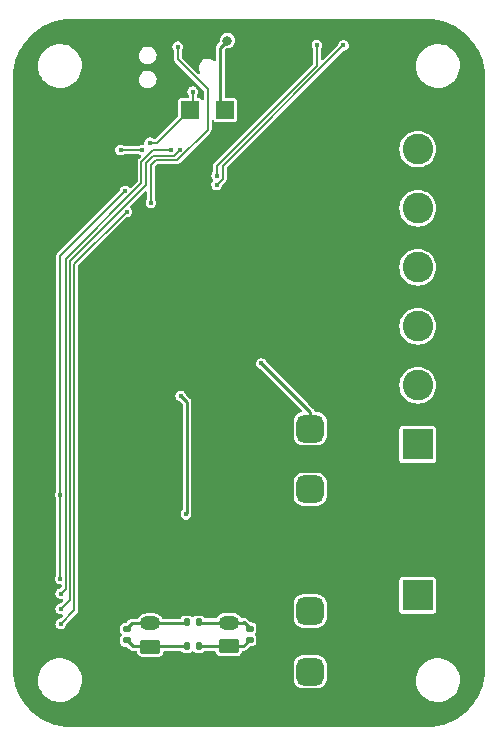
<source format=gbr>
%TF.GenerationSoftware,KiCad,Pcbnew,(7.0.0)*%
%TF.CreationDate,2023-03-11T20:41:09+01:00*%
%TF.ProjectId,StripController,53747269-7043-46f6-9e74-726f6c6c6572,rev?*%
%TF.SameCoordinates,Original*%
%TF.FileFunction,Copper,L2,Bot*%
%TF.FilePolarity,Positive*%
%FSLAX46Y46*%
G04 Gerber Fmt 4.6, Leading zero omitted, Abs format (unit mm)*
G04 Created by KiCad (PCBNEW (7.0.0)) date 2023-03-11 20:41:09*
%MOMM*%
%LPD*%
G01*
G04 APERTURE LIST*
G04 Aperture macros list*
%AMRoundRect*
0 Rectangle with rounded corners*
0 $1 Rounding radius*
0 $2 $3 $4 $5 $6 $7 $8 $9 X,Y pos of 4 corners*
0 Add a 4 corners polygon primitive as box body*
4,1,4,$2,$3,$4,$5,$6,$7,$8,$9,$2,$3,0*
0 Add four circle primitives for the rounded corners*
1,1,$1+$1,$2,$3*
1,1,$1+$1,$4,$5*
1,1,$1+$1,$6,$7*
1,1,$1+$1,$8,$9*
0 Add four rect primitives between the rounded corners*
20,1,$1+$1,$2,$3,$4,$5,0*
20,1,$1+$1,$4,$5,$6,$7,0*
20,1,$1+$1,$6,$7,$8,$9,0*
20,1,$1+$1,$8,$9,$2,$3,0*%
G04 Aperture macros list end*
%TA.AperFunction,ComponentPad*%
%ADD10RoundRect,0.575000X0.575000X-0.575000X0.575000X0.575000X-0.575000X0.575000X-0.575000X-0.575000X0*%
%TD*%
%TA.AperFunction,ComponentPad*%
%ADD11RoundRect,0.250000X0.625000X-0.350000X0.625000X0.350000X-0.625000X0.350000X-0.625000X-0.350000X0*%
%TD*%
%TA.AperFunction,ComponentPad*%
%ADD12O,1.750000X1.200000*%
%TD*%
%TA.AperFunction,ComponentPad*%
%ADD13R,2.600000X2.600000*%
%TD*%
%TA.AperFunction,ComponentPad*%
%ADD14C,2.600000*%
%TD*%
%TA.AperFunction,ComponentPad*%
%ADD15RoundRect,0.575000X-0.575000X0.575000X-0.575000X-0.575000X0.575000X-0.575000X0.575000X0.575000X0*%
%TD*%
%TA.AperFunction,ComponentPad*%
%ADD16C,0.500000*%
%TD*%
%TA.AperFunction,SMDPad,CuDef*%
%ADD17R,1.650000X1.650000*%
%TD*%
%TA.AperFunction,SMDPad,CuDef*%
%ADD18RoundRect,0.135000X0.135000X0.185000X-0.135000X0.185000X-0.135000X-0.185000X0.135000X-0.185000X0*%
%TD*%
%TA.AperFunction,SMDPad,CuDef*%
%ADD19R,1.500000X1.500000*%
%TD*%
%TA.AperFunction,SMDPad,CuDef*%
%ADD20RoundRect,0.140000X-0.170000X0.140000X-0.170000X-0.140000X0.170000X-0.140000X0.170000X0.140000X0*%
%TD*%
%TA.AperFunction,SMDPad,CuDef*%
%ADD21RoundRect,0.135000X-0.135000X-0.185000X0.135000X-0.185000X0.135000X0.185000X-0.135000X0.185000X0*%
%TD*%
%TA.AperFunction,ViaPad*%
%ADD22C,0.400000*%
%TD*%
%TA.AperFunction,ViaPad*%
%ADD23C,0.800000*%
%TD*%
%TA.AperFunction,Conductor*%
%ADD24C,0.250000*%
%TD*%
%TA.AperFunction,Conductor*%
%ADD25C,0.152400*%
%TD*%
%TA.AperFunction,Conductor*%
%ADD26C,0.254000*%
%TD*%
G04 APERTURE END LIST*
D10*
%TO.P,J10,1,Pin_1*%
%TO.N,VCC*%
X25176100Y20150800D03*
X25176100Y25300800D03*
%TD*%
D11*
%TO.P,J6,1,Pin_1*%
%TO.N,TA*%
X11642000Y6794000D03*
D12*
%TO.P,J6,2,Pin_2*%
%TO.N,TB*%
X11641999Y8793999D03*
%TO.P,J6,3,Pin_3*%
%TO.N,GND*%
X11641999Y10793999D03*
%TD*%
D13*
%TO.P,J2,1,Pin_1*%
%TO.N,VCC*%
X34289999Y23955999D03*
D14*
%TO.P,J2,2,Pin_2*%
%TO.N,R_OUT*%
X34290000Y28956000D03*
%TO.P,J2,3,Pin_3*%
%TO.N,G_OUT*%
X34290000Y33956000D03*
%TO.P,J2,4,Pin_4*%
%TO.N,B_OUT*%
X34290000Y38956000D03*
%TO.P,J2,5,Pin_5*%
%TO.N,W_OUT*%
X34290000Y43956000D03*
%TO.P,J2,6,Pin_6*%
%TO.N,WW_OUT*%
X34290000Y48956000D03*
%TD*%
D13*
%TO.P,J4,1,Pin_1*%
%TO.N,Net-(J4-Pin_1)*%
X34289999Y11175999D03*
D14*
%TO.P,J4,2,Pin_2*%
%TO.N,GND*%
X34290000Y16176000D03*
%TD*%
D15*
%TO.P,J9,1,Pin_1*%
%TO.N,Net-(J4-Pin_1)*%
X25176100Y9850000D03*
X25176100Y4700000D03*
%TD*%
D16*
%TO.P,IC2,21,Vss_Pad*%
%TO.N,GND*%
X12281000Y45983000D03*
X13431000Y45983000D03*
D17*
X12855999Y46557999D03*
D16*
X12281000Y47133000D03*
X13431000Y47133000D03*
%TD*%
D11*
%TO.P,J1,1,Pin_1*%
%TO.N,RA*%
X18288000Y6858000D03*
D12*
%TO.P,J1,2,Pin_2*%
%TO.N,RB*%
X18287999Y8857999D03*
%TO.P,J1,3,Pin_3*%
%TO.N,GND*%
X18287999Y10857999D03*
%TD*%
D18*
%TO.P,R17,1*%
%TO.N,RA*%
X15750000Y6858000D03*
%TO.P,R17,2*%
%TO.N,TA*%
X14730000Y6858000D03*
%TD*%
D19*
%TO.P,J3,1,Pin_1*%
%TO.N,SWD*%
X14999999Y52277999D03*
%TD*%
D20*
%TO.P,R7,1*%
%TO.N,TB*%
X9652000Y8326000D03*
%TO.P,R7,2*%
%TO.N,TA*%
X9652000Y7366000D03*
%TD*%
%TO.P,R1,1*%
%TO.N,RB*%
X20066000Y8354000D03*
%TO.P,R1,2*%
%TO.N,RA*%
X20066000Y7394000D03*
%TD*%
D19*
%TO.P,J8,1,Pin_1*%
%TO.N,GND*%
X11999999Y52277999D03*
%TD*%
%TO.P,J7,1,Pin_1*%
%TO.N,+5V*%
X17999999Y52277999D03*
%TD*%
D21*
%TO.P,R16,1*%
%TO.N,TB*%
X14730000Y8890000D03*
%TO.P,R16,2*%
%TO.N,RB*%
X15750000Y8890000D03*
%TD*%
D22*
%TO.N,VCC*%
X21031200Y30810200D03*
%TO.N,GND*%
X23114000Y46228000D03*
X1270000Y33528000D03*
X23114000Y50800000D03*
X12700000Y57600000D03*
D23*
X17272000Y16764000D03*
D22*
X23622000Y35306000D03*
X23487000Y57732800D03*
X15798800Y43990200D03*
X2119000Y48858400D03*
X23622000Y50800000D03*
X23622000Y46736000D03*
X23622000Y35814000D03*
X23114000Y35306000D03*
X7645400Y8128000D03*
X23114000Y40640000D03*
X23876000Y30226000D03*
X23114000Y41656000D03*
X13581000Y39832000D03*
X23368000Y30734000D03*
X23114000Y48260000D03*
X1270000Y34036000D03*
X23368000Y30226000D03*
X23876000Y30734000D03*
X23114000Y51816000D03*
X23114000Y43180000D03*
X22098000Y34785400D03*
X23114000Y46736000D03*
X762000Y33528000D03*
X13716000Y18034000D03*
X6121400Y14046200D03*
X19956400Y26420800D03*
X20540600Y36149000D03*
X23622000Y41656000D03*
X22098000Y30734000D03*
X23114000Y38100000D03*
X2119000Y47607800D03*
X23114000Y35814000D03*
X23368000Y31242000D03*
X19050000Y33528000D03*
D23*
X17272000Y15748000D03*
D22*
X23114000Y32766000D03*
X762000Y34036000D03*
X13454000Y44272200D03*
X18542000Y34036000D03*
X23622000Y46228000D03*
X23114000Y41148000D03*
X23114000Y36322000D03*
X15240000Y40622000D03*
X23622000Y51816000D03*
X19050000Y34036000D03*
X8813800Y15875000D03*
X9644000Y42598000D03*
X6121400Y21132800D03*
X23622000Y40640000D03*
X15392400Y28219400D03*
X13716000Y17526000D03*
X23114000Y51308000D03*
X2997200Y21844000D03*
X23114000Y45720000D03*
X23622000Y51308000D03*
X23622000Y41148000D03*
X14224000Y25908000D03*
X23622000Y36322000D03*
X15748000Y22606000D03*
X23622000Y45720000D03*
X18542000Y33528000D03*
D23*
X17272000Y14732000D03*
D22*
X11295000Y43388000D03*
X23876000Y31242000D03*
D23*
%TO.N,+5V*%
X18180400Y58147400D03*
D22*
%TO.N,Net-(IC1-FB)*%
X14666000Y18034000D03*
X14224000Y28067000D03*
%TO.N,U2_RO*%
X9504900Y45395100D03*
X4013200Y19710400D03*
X4013200Y12573000D03*
%TO.N,U2_DI*%
X9646055Y43653945D03*
X4064000Y8763000D03*
%TO.N,StateLed0*%
X27999400Y57732800D03*
X17264000Y45928000D03*
%TO.N,StateLed1*%
X25747600Y57758200D03*
X17272000Y46710600D03*
%TO.N,NRST*%
X13970000Y57630000D03*
X11700000Y44400000D03*
%TO.N,SWD*%
X11600000Y49500000D03*
X15240000Y53827400D03*
%TO.N,U2_RE*%
X4064000Y11328400D03*
X13411200Y48914063D03*
%TO.N,U2_DE*%
X14147800Y48920400D03*
X4064000Y10033000D03*
%TO.N,Temp*%
X9128700Y48895000D03*
X10972800Y48895000D03*
%TD*%
D24*
%TO.N,VCC*%
X21056600Y30810200D02*
X24784000Y27082800D01*
X24784000Y27082800D02*
X25176100Y26690700D01*
X21031200Y30810200D02*
X21056600Y30810200D01*
X25176100Y26690700D02*
X25176100Y25300800D01*
X24784000Y27082800D02*
X25090800Y26776000D01*
%TO.N,+5V*%
X18180400Y58147400D02*
X17568800Y57535800D01*
X17568800Y52709200D02*
X18000000Y52278000D01*
X17568800Y57535800D02*
X17568800Y52709200D01*
%TO.N,Net-(IC1-FB)*%
X14666000Y18034000D02*
X14749000Y18117000D01*
X14749000Y27542000D02*
X14224000Y28067000D01*
X14749000Y18117000D02*
X14749000Y27542000D01*
%TO.N,RA*%
X19530000Y6858000D02*
X18288000Y6858000D01*
X15750000Y6858000D02*
X18288000Y6858000D01*
X20066000Y7394000D02*
X19530000Y6858000D01*
%TO.N,RB*%
X20066000Y8382000D02*
X19558000Y8890000D01*
X20066000Y8354000D02*
X20066000Y8382000D01*
X15930000Y8858000D02*
X18288000Y8858000D01*
X19526000Y8858000D02*
X18288000Y8858000D01*
X19558000Y8890000D02*
X19526000Y8858000D01*
%TO.N,TA*%
X11578000Y6858000D02*
X11642000Y6794000D01*
X10160000Y6858000D02*
X11578000Y6858000D01*
X11706000Y6858000D02*
X11642000Y6794000D01*
X9652000Y7366000D02*
X10160000Y6858000D01*
X14730000Y6858000D02*
X11706000Y6858000D01*
%TO.N,TB*%
X9652000Y8382000D02*
X10064000Y8794000D01*
X14730000Y8890000D02*
X14634000Y8794000D01*
X14634000Y8794000D02*
X11642000Y8794000D01*
X9652000Y8326000D02*
X9652000Y8382000D01*
X10064000Y8794000D02*
X11642000Y8794000D01*
D25*
%TO.N,U2_RO*%
X4013200Y19710400D02*
X4013200Y12573000D01*
X4013200Y39903400D02*
X4013200Y19710400D01*
X9504900Y45395100D02*
X4013200Y39903400D01*
%TO.N,U2_DI*%
X5194200Y9893200D02*
X4064000Y8763000D01*
X5194200Y39202090D02*
X5194200Y9893200D01*
X9646055Y43653945D02*
X5194200Y39202090D01*
%TO.N,StateLed0*%
X17772000Y46436000D02*
X17772000Y47528200D01*
X17772000Y47528200D02*
X27976600Y57732800D01*
X17264000Y45928000D02*
X17772000Y46436000D01*
X27976600Y57732800D02*
X27999400Y57732800D01*
%TO.N,StateLed1*%
X17264000Y46718600D02*
X17264000Y47518568D01*
X17272000Y46710600D02*
X17264000Y46718600D01*
X25747600Y56002168D02*
X25747600Y57758200D01*
X17264000Y47518568D02*
X25747600Y56002168D01*
%TO.N,NRST*%
X13900849Y48000000D02*
X12095600Y48000000D01*
X13970000Y57630000D02*
X13962000Y57622000D01*
X13962000Y56596000D02*
X16502000Y54056000D01*
X11700000Y47604400D02*
X11700000Y44400000D01*
X12095600Y48000000D02*
X11700000Y47604400D01*
X16502000Y50601151D02*
X13900849Y48000000D01*
X13962000Y57622000D02*
X13962000Y56596000D01*
X16502000Y54056000D02*
X16502000Y50601151D01*
%TO.N,SWD*%
X15240000Y52518000D02*
X12222000Y49500000D01*
X15240000Y53827400D02*
X15240000Y52518000D01*
X12222000Y49500000D02*
X11600000Y49500000D01*
%TO.N,U2_RE*%
X10900000Y47900000D02*
X10900000Y46079000D01*
X4489400Y11753800D02*
X4064000Y11328400D01*
X4489400Y39668400D02*
X4489400Y11753800D01*
D26*
X13411200Y48929091D02*
X13411200Y48914063D01*
D25*
X10900000Y46079000D02*
X4489400Y39668400D01*
X11914063Y48914063D02*
X10900000Y47900000D01*
X13411200Y48914063D02*
X11914063Y48914063D01*
%TO.N,U2_DE*%
X4841800Y10810800D02*
X4064000Y10033000D01*
X11898368Y48400000D02*
X11252400Y47754032D01*
X11252400Y47754032D02*
X11252400Y45933032D01*
X4841800Y39522432D02*
X4841800Y10810800D01*
X14147800Y48920400D02*
X13627400Y48400000D01*
X11252400Y45933032D02*
X4841800Y39522432D01*
X13627400Y48400000D02*
X11898368Y48400000D01*
D26*
X14147800Y48905372D02*
X14147800Y48920400D01*
D25*
%TO.N,Temp*%
X10972800Y48895000D02*
X9128700Y48895000D01*
%TD*%
%TA.AperFunction,Conductor*%
%TO.N,GND*%
G36*
X35002562Y59999395D02*
G01*
X35217600Y59990500D01*
X35413455Y59981948D01*
X35423330Y59981119D01*
X35636706Y59954521D01*
X35636793Y59954510D01*
X35834945Y59928423D01*
X35844192Y59926847D01*
X36053521Y59882956D01*
X36054765Y59882688D01*
X36250386Y59839320D01*
X36258901Y59837111D01*
X36463665Y59776150D01*
X36465325Y59775641D01*
X36656696Y59715302D01*
X36664453Y59712569D01*
X36863363Y59634954D01*
X36865513Y59634089D01*
X37051024Y59557248D01*
X37057972Y59554114D01*
X37225903Y59472018D01*
X37249587Y59460439D01*
X37252383Y59459028D01*
X37430420Y59366348D01*
X37436636Y59362882D01*
X37619793Y59253745D01*
X37622929Y59251813D01*
X37686491Y59211319D01*
X37792282Y59143922D01*
X37797710Y59140259D01*
X37971184Y59016401D01*
X37974616Y59013860D01*
X38133912Y58891628D01*
X38138567Y58887874D01*
X38301226Y58750109D01*
X38304838Y58746928D01*
X38452925Y58611231D01*
X38456807Y58607514D01*
X38607512Y58456809D01*
X38611232Y58452924D01*
X38746921Y58304845D01*
X38750107Y58301228D01*
X38887872Y58138569D01*
X38891626Y58133914D01*
X39013858Y57974618D01*
X39016399Y57971186D01*
X39140257Y57797712D01*
X39143920Y57792284D01*
X39251800Y57622948D01*
X39253743Y57619795D01*
X39362880Y57436638D01*
X39366346Y57430422D01*
X39459026Y57252385D01*
X39460437Y57249589D01*
X39554099Y57058003D01*
X39557260Y57050995D01*
X39634051Y56865605D01*
X39634991Y56863266D01*
X39639288Y56852257D01*
X39712559Y56664477D01*
X39715302Y56656691D01*
X39775602Y56465446D01*
X39776186Y56463540D01*
X39837105Y56258916D01*
X39839321Y56250373D01*
X39882671Y56054834D01*
X39882971Y56053441D01*
X39926844Y55844198D01*
X39928422Y55834938D01*
X39954459Y55637171D01*
X39954568Y55636323D01*
X39981114Y55423359D01*
X39981948Y55413430D01*
X39990513Y55217272D01*
X39990525Y55216987D01*
X39999394Y55002562D01*
X39999500Y54997438D01*
X39999500Y47023700D01*
X39981541Y4587714D01*
X39980589Y4572428D01*
X39954568Y4363679D01*
X39954459Y4362831D01*
X39928422Y4165064D01*
X39926844Y4155804D01*
X39882971Y3946561D01*
X39882671Y3945168D01*
X39839321Y3749629D01*
X39837105Y3741086D01*
X39776186Y3536462D01*
X39775602Y3534556D01*
X39715302Y3343311D01*
X39712559Y3335525D01*
X39635008Y3136776D01*
X39634051Y3134397D01*
X39557260Y2949007D01*
X39554099Y2941999D01*
X39460437Y2750413D01*
X39459026Y2747617D01*
X39366346Y2569580D01*
X39362880Y2563364D01*
X39253743Y2380207D01*
X39251800Y2377054D01*
X39143920Y2207718D01*
X39140257Y2202290D01*
X39016399Y2028816D01*
X39013858Y2025384D01*
X38891626Y1866088D01*
X38887872Y1861433D01*
X38750107Y1698774D01*
X38746908Y1695142D01*
X38611254Y1547101D01*
X38607512Y1543193D01*
X38456807Y1392488D01*
X38452899Y1388746D01*
X38304858Y1253092D01*
X38301226Y1249893D01*
X38138567Y1112128D01*
X38133912Y1108374D01*
X37974616Y986142D01*
X37971184Y983601D01*
X37797710Y859743D01*
X37792282Y856080D01*
X37622946Y748200D01*
X37619793Y746257D01*
X37436636Y637120D01*
X37430420Y633654D01*
X37252383Y540974D01*
X37249587Y539563D01*
X37058001Y445901D01*
X37050993Y442740D01*
X36865603Y365949D01*
X36863224Y364992D01*
X36664475Y287441D01*
X36656689Y284698D01*
X36465444Y224398D01*
X36463538Y223814D01*
X36258914Y162895D01*
X36250371Y160679D01*
X36054832Y117329D01*
X36053439Y117029D01*
X35844196Y73156D01*
X35834936Y71578D01*
X35637169Y45541D01*
X35636321Y45432D01*
X35423357Y18886D01*
X35413428Y18052D01*
X35217381Y9492D01*
X35217097Y9480D01*
X35002563Y606D01*
X34997438Y500D01*
X5002562Y500D01*
X4997437Y606D01*
X4782901Y9480D01*
X4782617Y9492D01*
X4586570Y18052D01*
X4576641Y18886D01*
X4363677Y45432D01*
X4362829Y45541D01*
X4165062Y71578D01*
X4155802Y73156D01*
X3946559Y117029D01*
X3945166Y117329D01*
X3749627Y160679D01*
X3741084Y162895D01*
X3536460Y223814D01*
X3534554Y224398D01*
X3343309Y284698D01*
X3335523Y287441D01*
X3206985Y337596D01*
X3136734Y365009D01*
X3134395Y365949D01*
X2949005Y442740D01*
X2941997Y445901D01*
X2750411Y539563D01*
X2747615Y540974D01*
X2569578Y633654D01*
X2563362Y637120D01*
X2380205Y746257D01*
X2377052Y748200D01*
X2207716Y856080D01*
X2202288Y859743D01*
X2028814Y983601D01*
X2025382Y986142D01*
X1866086Y1108374D01*
X1861431Y1112128D01*
X1698772Y1249893D01*
X1695155Y1253079D01*
X1547076Y1388768D01*
X1543191Y1392488D01*
X1392486Y1543193D01*
X1388769Y1547075D01*
X1253072Y1695162D01*
X1249891Y1698774D01*
X1112126Y1861433D01*
X1108372Y1866088D01*
X986140Y2025384D01*
X983599Y2028816D01*
X859741Y2202290D01*
X856078Y2207718D01*
X788681Y2313509D01*
X748187Y2377071D01*
X746255Y2380207D01*
X637118Y2563364D01*
X633652Y2569580D01*
X540972Y2747617D01*
X539561Y2750413D01*
X527982Y2774097D01*
X445886Y2942028D01*
X442752Y2948976D01*
X365911Y3134487D01*
X365046Y3136637D01*
X287431Y3335547D01*
X284696Y3343311D01*
X224359Y3534675D01*
X223850Y3536335D01*
X162889Y3741099D01*
X160680Y3749614D01*
X120194Y3932235D01*
X2145788Y3932235D01*
X2146282Y3927738D01*
X2146283Y3927733D01*
X2174917Y3667494D01*
X2174918Y3667487D01*
X2175414Y3662982D01*
X2176559Y3658602D01*
X2176561Y3658592D01*
X2239605Y3417446D01*
X2243928Y3400912D01*
X2245693Y3396758D01*
X2245696Y3396750D01*
X2337498Y3180724D01*
X2349870Y3151610D01*
X2352226Y3147749D01*
X2352229Y3147744D01*
X2447447Y2991724D01*
X2490982Y2920390D01*
X2664255Y2712180D01*
X2667630Y2709156D01*
X2667631Y2709155D01*
X2823406Y2569580D01*
X2865998Y2531418D01*
X3091910Y2381956D01*
X3337176Y2266980D01*
X3596569Y2188940D01*
X3864561Y2149500D01*
X4065369Y2149500D01*
X4067631Y2149500D01*
X4270156Y2164323D01*
X4534553Y2223220D01*
X4787558Y2319986D01*
X5023777Y2452559D01*
X5238177Y2618112D01*
X5426186Y2813119D01*
X5583799Y3033421D01*
X5707656Y3274325D01*
X5795118Y3530695D01*
X5844319Y3797067D01*
X5853680Y4053216D01*
X23775600Y4053216D01*
X23775740Y4051148D01*
X23775741Y4051126D01*
X23777965Y4018341D01*
X23778334Y4012900D01*
X23779649Y4007609D01*
X23779650Y4007608D01*
X23820043Y3845178D01*
X23820045Y3845171D01*
X23821667Y3838651D01*
X23901447Y3677790D01*
X23905658Y3672551D01*
X23905659Y3672550D01*
X23986518Y3571956D01*
X24013941Y3537841D01*
X24153890Y3425347D01*
X24314751Y3345567D01*
X24321276Y3343945D01*
X24321277Y3343944D01*
X24338727Y3339605D01*
X24489000Y3302234D01*
X24529316Y3299500D01*
X25820787Y3299500D01*
X25822884Y3299500D01*
X25863200Y3302234D01*
X26037449Y3345567D01*
X26198310Y3425347D01*
X26338259Y3537841D01*
X26450753Y3677790D01*
X26530533Y3838651D01*
X26553806Y3932235D01*
X34145788Y3932235D01*
X34146282Y3927738D01*
X34146283Y3927733D01*
X34174917Y3667494D01*
X34174918Y3667487D01*
X34175414Y3662982D01*
X34176559Y3658602D01*
X34176561Y3658592D01*
X34239605Y3417446D01*
X34243928Y3400912D01*
X34245693Y3396758D01*
X34245696Y3396750D01*
X34337498Y3180724D01*
X34349870Y3151610D01*
X34352226Y3147749D01*
X34352229Y3147744D01*
X34447447Y2991724D01*
X34490982Y2920390D01*
X34664255Y2712180D01*
X34667630Y2709156D01*
X34667631Y2709155D01*
X34823406Y2569580D01*
X34865998Y2531418D01*
X35091910Y2381956D01*
X35337176Y2266980D01*
X35596569Y2188940D01*
X35864561Y2149500D01*
X36065369Y2149500D01*
X36067631Y2149500D01*
X36270156Y2164323D01*
X36534553Y2223220D01*
X36787558Y2319986D01*
X37023777Y2452559D01*
X37238177Y2618112D01*
X37426186Y2813119D01*
X37583799Y3033421D01*
X37707656Y3274325D01*
X37795118Y3530695D01*
X37844319Y3797067D01*
X37854212Y4067765D01*
X37824586Y4337018D01*
X37756072Y4599088D01*
X37650130Y4848390D01*
X37509018Y5079610D01*
X37335745Y5287820D01*
X37269937Y5346784D01*
X37137382Y5465554D01*
X37137378Y5465558D01*
X37134002Y5468582D01*
X36908090Y5618044D01*
X36903996Y5619964D01*
X36903991Y5619966D01*
X36666929Y5731096D01*
X36666925Y5731098D01*
X36662824Y5733020D01*
X36658477Y5734328D01*
X36658474Y5734329D01*
X36407772Y5809754D01*
X36407771Y5809755D01*
X36403431Y5811060D01*
X36398957Y5811719D01*
X36398950Y5811720D01*
X36139913Y5849842D01*
X36139907Y5849843D01*
X36135439Y5850500D01*
X35932369Y5850500D01*
X35930120Y5850336D01*
X35930109Y5850335D01*
X35734363Y5836008D01*
X35734359Y5836008D01*
X35729844Y5835677D01*
X35725426Y5834693D01*
X35725420Y5834692D01*
X35469877Y5777768D01*
X35469861Y5777764D01*
X35465447Y5776780D01*
X35461216Y5775162D01*
X35461210Y5775160D01*
X35216673Y5681633D01*
X35216663Y5681629D01*
X35212442Y5680014D01*
X35208494Y5677799D01*
X35208489Y5677796D01*
X34980176Y5549660D01*
X34980171Y5549657D01*
X34976223Y5547441D01*
X34972639Y5544675D01*
X34972635Y5544671D01*
X34765407Y5384657D01*
X34765394Y5384646D01*
X34761823Y5381888D01*
X34758685Y5378634D01*
X34758678Y5378627D01*
X34576958Y5190143D01*
X34576952Y5190136D01*
X34573814Y5186881D01*
X34571189Y5183213D01*
X34571179Y5183200D01*
X34418834Y4970260D01*
X34418830Y4970255D01*
X34416201Y4966579D01*
X34414132Y4962556D01*
X34414129Y4962550D01*
X34294416Y4729707D01*
X34294411Y4729696D01*
X34292344Y4725675D01*
X34290884Y4721398D01*
X34290879Y4721384D01*
X34206348Y4473605D01*
X34206344Y4473593D01*
X34204882Y4469305D01*
X34204057Y4464841D01*
X34204057Y4464839D01*
X34156504Y4207394D01*
X34156502Y4207381D01*
X34155681Y4202933D01*
X34155515Y4198407D01*
X34155515Y4198401D01*
X34146261Y3945168D01*
X34145788Y3932235D01*
X26553806Y3932235D01*
X26573866Y4012900D01*
X26576600Y4053216D01*
X26576600Y5346784D01*
X26573866Y5387100D01*
X26530533Y5561349D01*
X26450753Y5722210D01*
X26338259Y5862159D01*
X26236624Y5943855D01*
X26203550Y5970441D01*
X26203549Y5970442D01*
X26198310Y5974653D01*
X26037449Y6054433D01*
X26030929Y6056055D01*
X26030922Y6056057D01*
X25868492Y6096450D01*
X25868491Y6096451D01*
X25863200Y6097766D01*
X25857759Y6098135D01*
X25824974Y6100359D01*
X25824952Y6100360D01*
X25822884Y6100500D01*
X24529316Y6100500D01*
X24527248Y6100360D01*
X24527225Y6100359D01*
X24494440Y6098135D01*
X24494438Y6098135D01*
X24489000Y6097766D01*
X24483710Y6096451D01*
X24483707Y6096450D01*
X24321277Y6056057D01*
X24321267Y6056054D01*
X24314751Y6054433D01*
X24308729Y6051447D01*
X24308725Y6051445D01*
X24159912Y5977640D01*
X24159909Y5977639D01*
X24153890Y5974653D01*
X24148654Y5970445D01*
X24148649Y5970441D01*
X24019181Y5866372D01*
X24019176Y5866368D01*
X24013941Y5862159D01*
X24009732Y5856924D01*
X24009728Y5856919D01*
X23905659Y5727451D01*
X23905655Y5727446D01*
X23901447Y5722210D01*
X23898461Y5716191D01*
X23898460Y5716188D01*
X23824655Y5567375D01*
X23824653Y5567371D01*
X23821667Y5561349D01*
X23820046Y5554833D01*
X23820043Y5554823D01*
X23798597Y5468582D01*
X23778334Y5387100D01*
X23777965Y5381662D01*
X23777965Y5381660D01*
X23775741Y5348875D01*
X23775740Y5348852D01*
X23775600Y5346784D01*
X23775600Y4053216D01*
X5853680Y4053216D01*
X5854212Y4067765D01*
X5824586Y4337018D01*
X5756072Y4599088D01*
X5650130Y4848390D01*
X5509018Y5079610D01*
X5335745Y5287820D01*
X5269937Y5346784D01*
X5137382Y5465554D01*
X5137378Y5465558D01*
X5134002Y5468582D01*
X4908090Y5618044D01*
X4903996Y5619964D01*
X4903991Y5619966D01*
X4666929Y5731096D01*
X4666925Y5731098D01*
X4662824Y5733020D01*
X4658477Y5734328D01*
X4658474Y5734329D01*
X4407772Y5809754D01*
X4407771Y5809755D01*
X4403431Y5811060D01*
X4398957Y5811719D01*
X4398950Y5811720D01*
X4139913Y5849842D01*
X4139907Y5849843D01*
X4135439Y5850500D01*
X3932369Y5850500D01*
X3930120Y5850336D01*
X3930109Y5850335D01*
X3734363Y5836008D01*
X3734359Y5836008D01*
X3729844Y5835677D01*
X3725426Y5834693D01*
X3725420Y5834692D01*
X3469877Y5777768D01*
X3469861Y5777764D01*
X3465447Y5776780D01*
X3461216Y5775162D01*
X3461210Y5775160D01*
X3216673Y5681633D01*
X3216663Y5681629D01*
X3212442Y5680014D01*
X3208494Y5677799D01*
X3208489Y5677796D01*
X2980176Y5549660D01*
X2980171Y5549657D01*
X2976223Y5547441D01*
X2972639Y5544675D01*
X2972635Y5544671D01*
X2765407Y5384657D01*
X2765394Y5384646D01*
X2761823Y5381888D01*
X2758685Y5378634D01*
X2758678Y5378627D01*
X2576958Y5190143D01*
X2576952Y5190136D01*
X2573814Y5186881D01*
X2571189Y5183213D01*
X2571179Y5183200D01*
X2418834Y4970260D01*
X2418830Y4970255D01*
X2416201Y4966579D01*
X2414132Y4962556D01*
X2414129Y4962550D01*
X2294416Y4729707D01*
X2294411Y4729696D01*
X2292344Y4725675D01*
X2290884Y4721398D01*
X2290879Y4721384D01*
X2206348Y4473605D01*
X2206344Y4473593D01*
X2204882Y4469305D01*
X2204057Y4464841D01*
X2204057Y4464839D01*
X2156504Y4207394D01*
X2156502Y4207381D01*
X2155681Y4202933D01*
X2155515Y4198407D01*
X2155515Y4198401D01*
X2146261Y3945168D01*
X2145788Y3932235D01*
X120194Y3932235D01*
X117312Y3945235D01*
X117027Y3946561D01*
X111495Y3972943D01*
X73153Y4155808D01*
X71576Y4165064D01*
X45490Y4363207D01*
X45483Y4363257D01*
X18881Y4576670D01*
X18052Y4586545D01*
X9487Y4782709D01*
X605Y4997438D01*
X500Y5002561D01*
X500Y7200124D01*
X9091500Y7200124D01*
X9091501Y7195266D01*
X9092261Y7190462D01*
X9092262Y7190460D01*
X9104456Y7113462D01*
X9104457Y7113458D01*
X9105983Y7103825D01*
X9162141Y6993609D01*
X9249609Y6906141D01*
X9359825Y6849983D01*
X9451265Y6835500D01*
X9600100Y6835501D01*
X9647552Y6826062D01*
X9687781Y6799182D01*
X9857850Y6629113D01*
X9873974Y6609259D01*
X9879916Y6600164D01*
X9888018Y6593858D01*
X9888021Y6593855D01*
X9904894Y6580723D01*
X9908808Y6577266D01*
X9908942Y6577423D01*
X9912848Y6574115D01*
X9916482Y6570481D01*
X9923959Y6565143D01*
X9933389Y6558410D01*
X9937500Y6555345D01*
X9978811Y6523191D01*
X9986331Y6520610D01*
X9992801Y6515990D01*
X10042940Y6501063D01*
X10047822Y6499499D01*
X10070066Y6491863D01*
X10097340Y6482500D01*
X10105293Y6482500D01*
X10112911Y6480232D01*
X10165191Y6482394D01*
X10170315Y6482500D01*
X10395831Y6482500D01*
X10453959Y6468032D01*
X10498522Y6428002D01*
X10519121Y6371754D01*
X10522079Y6344232D01*
X10522080Y6344227D01*
X10522909Y6336517D01*
X10525619Y6329251D01*
X10525620Y6329247D01*
X10551982Y6258569D01*
X10573204Y6201669D01*
X10578518Y6194570D01*
X10578519Y6194569D01*
X10650709Y6098135D01*
X10659454Y6086454D01*
X10774669Y6000204D01*
X10909517Y5949909D01*
X10969127Y5943500D01*
X12314872Y5943501D01*
X12374483Y5949909D01*
X12509331Y6000204D01*
X12624546Y6086454D01*
X12710796Y6201669D01*
X12761091Y6336517D01*
X12764880Y6371756D01*
X12785479Y6428004D01*
X12830042Y6468032D01*
X12888169Y6482500D01*
X14189041Y6482500D01*
X14245800Y6468747D01*
X14274739Y6443714D01*
X14276924Y6445898D01*
X14367898Y6354924D01*
X14483482Y6298418D01*
X14558418Y6287500D01*
X14897100Y6287500D01*
X14901582Y6287500D01*
X14976518Y6298418D01*
X15092102Y6354924D01*
X15152319Y6415142D01*
X15207906Y6447235D01*
X15272094Y6447235D01*
X15327681Y6415141D01*
X15387898Y6354924D01*
X15503482Y6298418D01*
X15578418Y6287500D01*
X15917100Y6287500D01*
X15921582Y6287500D01*
X15996518Y6298418D01*
X16112102Y6354924D01*
X16203076Y6445898D01*
X16205260Y6443714D01*
X16234200Y6468747D01*
X16290959Y6482500D01*
X17052416Y6482500D01*
X17105932Y6470357D01*
X17148967Y6436307D01*
X17166859Y6399753D01*
X17168909Y6400517D01*
X17219204Y6265669D01*
X17305454Y6150454D01*
X17420669Y6064204D01*
X17555517Y6013909D01*
X17615127Y6007500D01*
X18960872Y6007501D01*
X19020483Y6013909D01*
X19155331Y6064204D01*
X19270546Y6150454D01*
X19356796Y6265669D01*
X19406232Y6398217D01*
X19433860Y6441683D01*
X19476766Y6470175D01*
X19514402Y6476551D01*
X19514268Y6477633D01*
X19545676Y6481549D01*
X19550887Y6481872D01*
X19550871Y6482076D01*
X19555986Y6482500D01*
X19561114Y6482500D01*
X19581636Y6485926D01*
X19586666Y6486658D01*
X19638626Y6493134D01*
X19645770Y6496627D01*
X19653610Y6497935D01*
X19699647Y6522850D01*
X19704164Y6525175D01*
X19751211Y6548174D01*
X19756834Y6553798D01*
X19763826Y6557581D01*
X19799317Y6596137D01*
X19802794Y6599759D01*
X20030217Y6827182D01*
X20070446Y6854062D01*
X20117899Y6863501D01*
X20261865Y6863501D01*
X20266734Y6863501D01*
X20358175Y6877983D01*
X20468391Y6934141D01*
X20555859Y7021609D01*
X20612017Y7131825D01*
X20626500Y7223265D01*
X20626499Y7564734D01*
X20612017Y7656175D01*
X20555859Y7766391D01*
X20535931Y7786319D01*
X20503837Y7841906D01*
X20503837Y7906094D01*
X20535931Y7961681D01*
X20536555Y7962305D01*
X20555859Y7981609D01*
X20612017Y8091825D01*
X20626500Y8183265D01*
X20626499Y8524734D01*
X20612017Y8616175D01*
X20555859Y8726391D01*
X20468391Y8813859D01*
X20358175Y8870017D01*
X20348537Y8871544D01*
X20348533Y8871545D01*
X20271555Y8883737D01*
X20271549Y8883738D01*
X20266735Y8884500D01*
X20261857Y8884500D01*
X20145900Y8884500D01*
X20098447Y8893939D01*
X20058219Y8920819D01*
X19838121Y9140917D01*
X19831180Y9148457D01*
X19828584Y9151522D01*
X19804041Y9180500D01*
X19792715Y9187249D01*
X19772172Y9199491D01*
X19767948Y9202008D01*
X19766099Y9203216D01*
X23775600Y9203216D01*
X23775740Y9201148D01*
X23775741Y9201126D01*
X23777556Y9174367D01*
X23778334Y9162900D01*
X23779649Y9157609D01*
X23779650Y9157608D01*
X23820043Y8995178D01*
X23820045Y8995171D01*
X23821667Y8988651D01*
X23901447Y8827790D01*
X23905658Y8822551D01*
X23905659Y8822550D01*
X23962401Y8751959D01*
X24013941Y8687841D01*
X24153890Y8575347D01*
X24314751Y8495567D01*
X24321276Y8493945D01*
X24321277Y8493944D01*
X24338727Y8489605D01*
X24489000Y8452234D01*
X24529316Y8449500D01*
X25820787Y8449500D01*
X25822884Y8449500D01*
X25863200Y8452234D01*
X26037449Y8495567D01*
X26198310Y8575347D01*
X26338259Y8687841D01*
X26450753Y8827790D01*
X26530533Y8988651D01*
X26573866Y9162900D01*
X26576600Y9203216D01*
X26576600Y9851326D01*
X32739500Y9851326D01*
X32740688Y9845351D01*
X32740689Y9845347D01*
X32751650Y9790241D01*
X32751651Y9790238D01*
X32754034Y9778260D01*
X32809399Y9695399D01*
X32892260Y9640034D01*
X32965326Y9625500D01*
X35608579Y9625500D01*
X35614674Y9625500D01*
X35687740Y9640034D01*
X35770601Y9695399D01*
X35825966Y9778260D01*
X35840500Y9851326D01*
X35840500Y12500674D01*
X35825966Y12573740D01*
X35770601Y12656601D01*
X35687740Y12711966D01*
X35675762Y12714349D01*
X35675759Y12714350D01*
X35620653Y12725311D01*
X35620649Y12725312D01*
X35614674Y12726500D01*
X32965326Y12726500D01*
X32959351Y12725312D01*
X32959346Y12725311D01*
X32904240Y12714350D01*
X32904235Y12714349D01*
X32892260Y12711966D01*
X32882105Y12705181D01*
X32882103Y12705180D01*
X32819551Y12663385D01*
X32819548Y12663383D01*
X32809399Y12656601D01*
X32802617Y12646452D01*
X32802615Y12646449D01*
X32760820Y12583897D01*
X32760819Y12583895D01*
X32754034Y12573740D01*
X32751651Y12561765D01*
X32751650Y12561760D01*
X32740689Y12506654D01*
X32740688Y12506649D01*
X32739500Y12500674D01*
X32739500Y9851326D01*
X26576600Y9851326D01*
X26576600Y10496784D01*
X26573866Y10537100D01*
X26530533Y10711349D01*
X26450753Y10872210D01*
X26338259Y11012159D01*
X26259287Y11075638D01*
X26203550Y11120441D01*
X26203549Y11120442D01*
X26198310Y11124653D01*
X26062306Y11192105D01*
X26043474Y11201445D01*
X26043472Y11201446D01*
X26037449Y11204433D01*
X26030929Y11206055D01*
X26030922Y11206057D01*
X25868492Y11246450D01*
X25868491Y11246451D01*
X25863200Y11247766D01*
X25857759Y11248135D01*
X25824974Y11250359D01*
X25824952Y11250360D01*
X25822884Y11250500D01*
X24529316Y11250500D01*
X24527248Y11250360D01*
X24527225Y11250359D01*
X24494440Y11248135D01*
X24494438Y11248135D01*
X24489000Y11247766D01*
X24483710Y11246451D01*
X24483707Y11246450D01*
X24321277Y11206057D01*
X24321267Y11206054D01*
X24314751Y11204433D01*
X24308729Y11201447D01*
X24308725Y11201445D01*
X24159912Y11127640D01*
X24159909Y11127639D01*
X24153890Y11124653D01*
X24148654Y11120445D01*
X24148649Y11120441D01*
X24019181Y11016372D01*
X24019176Y11016368D01*
X24013941Y11012159D01*
X24009732Y11006924D01*
X24009728Y11006919D01*
X23905659Y10877451D01*
X23905655Y10877446D01*
X23901447Y10872210D01*
X23898461Y10866191D01*
X23898460Y10866188D01*
X23824655Y10717375D01*
X23824653Y10717371D01*
X23821667Y10711349D01*
X23820046Y10704833D01*
X23820043Y10704823D01*
X23779650Y10542393D01*
X23778334Y10537100D01*
X23777965Y10531662D01*
X23777965Y10531660D01*
X23775741Y10498875D01*
X23775740Y10498852D01*
X23775600Y10496784D01*
X23775600Y9203216D01*
X19766099Y9203216D01*
X19759373Y9207611D01*
X19733562Y9226039D01*
X19725199Y9232010D01*
X19715351Y9234942D01*
X19710362Y9237381D01*
X19705210Y9239392D01*
X19696385Y9244650D01*
X19686329Y9246759D01*
X19686326Y9246760D01*
X19655259Y9253275D01*
X19645332Y9255789D01*
X19614939Y9264837D01*
X19614930Y9264839D01*
X19605088Y9267768D01*
X19594822Y9267345D01*
X19589310Y9268031D01*
X19583786Y9268260D01*
X19573732Y9270367D01*
X19563540Y9269097D01*
X19563535Y9269097D01*
X19532047Y9265173D01*
X19521842Y9264327D01*
X19490140Y9263015D01*
X19490137Y9263015D01*
X19479876Y9262590D01*
X19470309Y9258859D01*
X19464871Y9257718D01*
X19459558Y9256137D01*
X19449374Y9254866D01*
X19440152Y9250359D01*
X19431682Y9247836D01*
X19375542Y9244430D01*
X19323672Y9266174D01*
X19286744Y9308596D01*
X19286334Y9309369D01*
X19271100Y9338104D01*
X19224406Y9393076D01*
X19155691Y9473974D01*
X19151337Y9479100D01*
X19067886Y9542538D01*
X19009417Y9586985D01*
X19009415Y9586986D01*
X19004064Y9591054D01*
X18836167Y9668732D01*
X18655497Y9708500D01*
X17966887Y9708500D01*
X17963552Y9708138D01*
X17963546Y9708137D01*
X17835772Y9694241D01*
X17835769Y9694241D01*
X17829090Y9693514D01*
X17822729Y9691371D01*
X17822721Y9691369D01*
X17660152Y9636592D01*
X17660146Y9636590D01*
X17653779Y9634444D01*
X17648026Y9630983D01*
X17648016Y9630978D01*
X17501027Y9542538D01*
X17501023Y9542536D01*
X17495264Y9539070D01*
X17490386Y9534450D01*
X17490379Y9534444D01*
X17365839Y9416472D01*
X17360959Y9411849D01*
X17357194Y9406298D01*
X17357187Y9406288D01*
X17306934Y9332168D01*
X17280290Y9292870D01*
X17276929Y9287913D01*
X17232378Y9247945D01*
X17174295Y9233500D01*
X16313807Y9233500D01*
X16257056Y9247249D01*
X16212890Y9285446D01*
X16207589Y9292870D01*
X16203076Y9302102D01*
X16112102Y9393076D01*
X16064245Y9416472D01*
X16005171Y9445352D01*
X16005169Y9445353D01*
X15996518Y9449582D01*
X15986987Y9450971D01*
X15986986Y9450971D01*
X15926019Y9459854D01*
X15926012Y9459855D01*
X15921582Y9460500D01*
X15578418Y9460500D01*
X15573988Y9459855D01*
X15573980Y9459854D01*
X15513013Y9450971D01*
X15513010Y9450971D01*
X15503482Y9449582D01*
X15494831Y9445354D01*
X15494828Y9445352D01*
X15397130Y9397590D01*
X15397126Y9397588D01*
X15387898Y9393076D01*
X15380634Y9385813D01*
X15380631Y9385810D01*
X15327681Y9332859D01*
X15272094Y9300765D01*
X15207906Y9300765D01*
X15152319Y9332859D01*
X15099368Y9385810D01*
X15092102Y9393076D01*
X15044245Y9416472D01*
X14985171Y9445352D01*
X14985169Y9445353D01*
X14976518Y9449582D01*
X14966987Y9450971D01*
X14966986Y9450971D01*
X14906019Y9459854D01*
X14906012Y9459855D01*
X14901582Y9460500D01*
X14558418Y9460500D01*
X14553988Y9459855D01*
X14553980Y9459854D01*
X14493013Y9450971D01*
X14493010Y9450971D01*
X14483482Y9449582D01*
X14474831Y9445354D01*
X14474828Y9445352D01*
X14377130Y9397590D01*
X14377126Y9397588D01*
X14367898Y9393076D01*
X14360634Y9385813D01*
X14360631Y9385810D01*
X14284190Y9309369D01*
X14284187Y9309366D01*
X14276924Y9302102D01*
X14272412Y9292874D01*
X14272410Y9292870D01*
X14246094Y9239039D01*
X14200355Y9188312D01*
X14134694Y9169500D01*
X12755166Y9169500D01*
X12691238Y9187249D01*
X12645611Y9235416D01*
X12640832Y9244430D01*
X12625100Y9274104D01*
X12601318Y9302102D01*
X12509691Y9409974D01*
X12505337Y9415100D01*
X12358064Y9527054D01*
X12190167Y9604732D01*
X12136717Y9616497D01*
X12016062Y9643055D01*
X12016061Y9643056D01*
X12009497Y9644500D01*
X11320887Y9644500D01*
X11317552Y9644138D01*
X11317546Y9644137D01*
X11189772Y9630241D01*
X11189769Y9630241D01*
X11183090Y9629514D01*
X11176729Y9627371D01*
X11176721Y9627369D01*
X11014152Y9572592D01*
X11014146Y9572590D01*
X11007779Y9570444D01*
X11002026Y9566983D01*
X11002016Y9566978D01*
X10855027Y9478538D01*
X10855023Y9478536D01*
X10849264Y9475070D01*
X10844386Y9470450D01*
X10844379Y9470444D01*
X10719839Y9352472D01*
X10714959Y9347849D01*
X10711194Y9342298D01*
X10711187Y9342288D01*
X10658473Y9264538D01*
X10636419Y9232010D01*
X10630929Y9223913D01*
X10586378Y9183945D01*
X10528295Y9169500D01*
X10115805Y9169500D01*
X10090356Y9172140D01*
X10089790Y9172259D01*
X10089783Y9172260D01*
X10079732Y9174367D01*
X10069541Y9173097D01*
X10069537Y9173097D01*
X10048324Y9170452D01*
X10043109Y9170129D01*
X10043126Y9169924D01*
X10038007Y9169500D01*
X10032886Y9169500D01*
X10027838Y9168658D01*
X10027828Y9168657D01*
X10012394Y9166082D01*
X10007334Y9165345D01*
X9965571Y9160139D01*
X9965560Y9160136D01*
X9955374Y9158866D01*
X9948229Y9155374D01*
X9940390Y9154065D01*
X9931361Y9149180D01*
X9931358Y9149178D01*
X9894369Y9129162D01*
X9889821Y9126821D01*
X9852017Y9108338D01*
X9852015Y9108337D01*
X9842789Y9103826D01*
X9837165Y9098203D01*
X9830174Y9094419D01*
X9823223Y9086869D01*
X9823217Y9086864D01*
X9794719Y9055908D01*
X9791174Y9052214D01*
X9631779Y8892819D01*
X9591551Y8865939D01*
X9544099Y8856500D01*
X9456136Y8856500D01*
X9456123Y8856500D01*
X9451266Y8856499D01*
X9446463Y8855739D01*
X9446458Y8855738D01*
X9369461Y8843544D01*
X9369455Y8843543D01*
X9359825Y8842017D01*
X9351135Y8837590D01*
X9351131Y8837588D01*
X9258304Y8790290D01*
X9258300Y8790288D01*
X9249609Y8785859D01*
X9242710Y8778961D01*
X9242707Y8778958D01*
X9169042Y8705293D01*
X9169039Y8705290D01*
X9162141Y8698391D01*
X9157712Y8689700D01*
X9157710Y8689696D01*
X9115340Y8606539D01*
X9105983Y8588175D01*
X9104456Y8578540D01*
X9104455Y8578534D01*
X9092263Y8501556D01*
X9092262Y8501549D01*
X9091500Y8496735D01*
X9091500Y8491858D01*
X9091500Y8491857D01*
X9091500Y8160136D01*
X9091500Y8160124D01*
X9091501Y8155266D01*
X9092261Y8150462D01*
X9092262Y8150460D01*
X9104456Y8073462D01*
X9104457Y8073458D01*
X9105983Y8063825D01*
X9110411Y8055134D01*
X9110412Y8055132D01*
X9147029Y7983268D01*
X9162141Y7953609D01*
X9169042Y7946709D01*
X9169042Y7946708D01*
X9182069Y7933681D01*
X9214163Y7878094D01*
X9214163Y7813906D01*
X9182069Y7758319D01*
X9169042Y7745293D01*
X9169039Y7745290D01*
X9162141Y7738391D01*
X9157712Y7729700D01*
X9157710Y7729696D01*
X9114120Y7644145D01*
X9105983Y7628175D01*
X9104456Y7618540D01*
X9104455Y7618534D01*
X9092263Y7541556D01*
X9092262Y7541549D01*
X9091500Y7536735D01*
X9091500Y7531858D01*
X9091500Y7531857D01*
X9091500Y7200136D01*
X9091500Y7200124D01*
X500Y7200124D01*
X500Y12573000D01*
X3558067Y12573000D01*
X3559329Y12564223D01*
X3575240Y12453554D01*
X3575241Y12453550D01*
X3576503Y12444774D01*
X3580187Y12436706D01*
X3580188Y12436705D01*
X3626634Y12335002D01*
X3626636Y12334998D01*
X3630318Y12326937D01*
X3636120Y12320241D01*
X3636122Y12320238D01*
X3699838Y12246706D01*
X3715151Y12229033D01*
X3824131Y12158996D01*
X3948428Y12122500D01*
X3957299Y12122500D01*
X4038700Y12122500D01*
X4100700Y12105887D01*
X4146087Y12060500D01*
X4162700Y11998500D01*
X4162700Y11940485D01*
X4153261Y11893032D01*
X4126381Y11852804D01*
X4088796Y11815219D01*
X4048568Y11788339D01*
X4016614Y11781983D01*
X4016876Y11780162D01*
X4008098Y11778900D01*
X3999228Y11778900D01*
X3990718Y11776402D01*
X3990715Y11776401D01*
X3883444Y11744904D01*
X3883441Y11744903D01*
X3874931Y11742404D01*
X3867468Y11737609D01*
X3867468Y11737608D01*
X3773412Y11677163D01*
X3773406Y11677159D01*
X3765951Y11672367D01*
X3760146Y11665668D01*
X3760143Y11665665D01*
X3686922Y11581163D01*
X3686917Y11581157D01*
X3681118Y11574463D01*
X3677438Y11566406D01*
X3677434Y11566399D01*
X3630988Y11464696D01*
X3627303Y11456626D01*
X3626041Y11447853D01*
X3626040Y11447847D01*
X3611369Y11345807D01*
X3608867Y11328400D01*
X3610129Y11319623D01*
X3626040Y11208954D01*
X3626041Y11208950D01*
X3627303Y11200174D01*
X3630987Y11192106D01*
X3630988Y11192105D01*
X3677434Y11090402D01*
X3677436Y11090398D01*
X3681118Y11082337D01*
X3686920Y11075641D01*
X3686922Y11075638D01*
X3738276Y11016372D01*
X3765951Y10984433D01*
X3874931Y10914396D01*
X3999228Y10877900D01*
X4119902Y10877900D01*
X4128772Y10877900D01*
X4134606Y10879614D01*
X4193991Y10873231D01*
X4244372Y10838253D01*
X4271827Y10783408D01*
X4269638Y10722114D01*
X4238343Y10669368D01*
X4088792Y10519817D01*
X4048567Y10492939D01*
X4016614Y10486584D01*
X4016876Y10484762D01*
X4008098Y10483500D01*
X3999228Y10483500D01*
X3990718Y10481002D01*
X3990715Y10481001D01*
X3883444Y10449504D01*
X3883441Y10449503D01*
X3874931Y10447004D01*
X3867468Y10442209D01*
X3867468Y10442208D01*
X3773412Y10381763D01*
X3773406Y10381759D01*
X3765951Y10376967D01*
X3760146Y10370268D01*
X3760143Y10370265D01*
X3686922Y10285763D01*
X3686917Y10285757D01*
X3681118Y10279063D01*
X3677438Y10271006D01*
X3677434Y10270999D01*
X3630988Y10169296D01*
X3627303Y10161226D01*
X3626041Y10152453D01*
X3626040Y10152447D01*
X3611369Y10050407D01*
X3608867Y10033000D01*
X3610129Y10024223D01*
X3626040Y9913554D01*
X3626041Y9913550D01*
X3627303Y9904774D01*
X3630987Y9896706D01*
X3630988Y9896705D01*
X3677434Y9795002D01*
X3677436Y9794998D01*
X3681118Y9786937D01*
X3686920Y9780241D01*
X3686922Y9780238D01*
X3741290Y9717494D01*
X3765951Y9689033D01*
X3874931Y9618996D01*
X3999228Y9582500D01*
X4008099Y9582500D01*
X4122114Y9582500D01*
X4178409Y9568985D01*
X4222432Y9531385D01*
X4244587Y9477898D01*
X4240045Y9420182D01*
X4209795Y9370819D01*
X4088795Y9249819D01*
X4048567Y9222939D01*
X4016614Y9216584D01*
X4016876Y9214762D01*
X4008098Y9213500D01*
X3999228Y9213500D01*
X3990718Y9211002D01*
X3990715Y9211001D01*
X3883444Y9179504D01*
X3883441Y9179503D01*
X3874931Y9177004D01*
X3867468Y9172209D01*
X3867468Y9172208D01*
X3773412Y9111763D01*
X3773406Y9111759D01*
X3765951Y9106967D01*
X3760146Y9100268D01*
X3760143Y9100265D01*
X3686922Y9015763D01*
X3686917Y9015757D01*
X3681118Y9009063D01*
X3677438Y9001006D01*
X3677434Y9000999D01*
X3630988Y8899296D01*
X3627303Y8891226D01*
X3626041Y8882453D01*
X3626040Y8882447D01*
X3619591Y8837588D01*
X3608867Y8763000D01*
X3610129Y8754223D01*
X3626040Y8643554D01*
X3626041Y8643550D01*
X3627303Y8634774D01*
X3630987Y8626707D01*
X3630988Y8626705D01*
X3677434Y8525002D01*
X3677436Y8524998D01*
X3681118Y8516937D01*
X3686920Y8510241D01*
X3686922Y8510238D01*
X3741596Y8447141D01*
X3765951Y8419033D01*
X3773411Y8414239D01*
X3773412Y8414238D01*
X3777730Y8411463D01*
X3874931Y8348996D01*
X3999228Y8312500D01*
X4119901Y8312500D01*
X4128772Y8312500D01*
X4253069Y8348996D01*
X4362049Y8419033D01*
X4446882Y8516937D01*
X4500697Y8634774D01*
X4512102Y8714105D01*
X4523955Y8751959D01*
X4547155Y8784133D01*
X5411305Y9648283D01*
X5419273Y9655583D01*
X5448328Y9679962D01*
X5467294Y9712813D01*
X5473095Y9721919D01*
X5494859Y9753000D01*
X5497667Y9763485D01*
X5499231Y9766837D01*
X5500503Y9770334D01*
X5505934Y9779738D01*
X5512523Y9817114D01*
X5514851Y9827615D01*
X5524678Y9864286D01*
X5521371Y9902072D01*
X5520900Y9912879D01*
X5520900Y28067000D01*
X13768867Y28067000D01*
X13770129Y28058223D01*
X13786040Y27947554D01*
X13786041Y27947550D01*
X13787303Y27938774D01*
X13790987Y27930706D01*
X13790988Y27930705D01*
X13837434Y27829002D01*
X13837436Y27828998D01*
X13841118Y27820937D01*
X13846920Y27814241D01*
X13846922Y27814238D01*
X13899134Y27753982D01*
X13925951Y27723033D01*
X14034931Y27652996D01*
X14106544Y27631969D01*
X14159289Y27600674D01*
X14337181Y27422782D01*
X14364061Y27382554D01*
X14373500Y27335101D01*
X14373500Y18430621D01*
X14365682Y18387288D01*
X14343214Y18349419D01*
X14288922Y18286763D01*
X14288917Y18286757D01*
X14283118Y18280063D01*
X14279438Y18272006D01*
X14279434Y18271999D01*
X14232988Y18170296D01*
X14229303Y18162226D01*
X14228041Y18153453D01*
X14228040Y18153447D01*
X14215305Y18064868D01*
X14210867Y18034000D01*
X14212129Y18025223D01*
X14228040Y17914554D01*
X14228041Y17914550D01*
X14229303Y17905774D01*
X14232987Y17897706D01*
X14232988Y17897705D01*
X14279434Y17796002D01*
X14279436Y17795998D01*
X14283118Y17787937D01*
X14288920Y17781241D01*
X14288922Y17781238D01*
X14352638Y17707706D01*
X14367951Y17690033D01*
X14476931Y17619996D01*
X14601228Y17583500D01*
X14721901Y17583500D01*
X14730772Y17583500D01*
X14855069Y17619996D01*
X14964049Y17690033D01*
X15048882Y17787937D01*
X15102697Y17905774D01*
X15121133Y18034000D01*
X15120720Y18036866D01*
X15121426Y18045389D01*
X15124500Y18054340D01*
X15124500Y18062294D01*
X15126768Y18069912D01*
X15124606Y18122193D01*
X15124500Y18127316D01*
X15124500Y19504016D01*
X23775600Y19504016D01*
X23775740Y19501948D01*
X23775741Y19501926D01*
X23777744Y19472405D01*
X23778334Y19463700D01*
X23779649Y19458409D01*
X23779650Y19458408D01*
X23820043Y19295978D01*
X23820045Y19295971D01*
X23821667Y19289451D01*
X23901447Y19128590D01*
X24013941Y18988641D01*
X24153890Y18876147D01*
X24314751Y18796367D01*
X24489000Y18753034D01*
X24529316Y18750300D01*
X25820787Y18750300D01*
X25822884Y18750300D01*
X25863200Y18753034D01*
X26037449Y18796367D01*
X26198310Y18876147D01*
X26338259Y18988641D01*
X26450753Y19128590D01*
X26530533Y19289451D01*
X26573866Y19463700D01*
X26576600Y19504016D01*
X26576600Y20797584D01*
X26573866Y20837900D01*
X26530533Y21012149D01*
X26450753Y21173010D01*
X26338259Y21312959D01*
X26198310Y21425453D01*
X26037449Y21505233D01*
X26030929Y21506855D01*
X26030922Y21506857D01*
X25868492Y21547250D01*
X25868491Y21547251D01*
X25863200Y21548566D01*
X25857759Y21548935D01*
X25824974Y21551159D01*
X25824952Y21551160D01*
X25822884Y21551300D01*
X24529316Y21551300D01*
X24527248Y21551160D01*
X24527225Y21551159D01*
X24494440Y21548935D01*
X24494438Y21548935D01*
X24489000Y21548566D01*
X24483710Y21547251D01*
X24483707Y21547250D01*
X24321277Y21506857D01*
X24321267Y21506854D01*
X24314751Y21505233D01*
X24308729Y21502247D01*
X24308725Y21502245D01*
X24159912Y21428440D01*
X24159909Y21428439D01*
X24153890Y21425453D01*
X24148654Y21421245D01*
X24148649Y21421241D01*
X24019181Y21317172D01*
X24019176Y21317168D01*
X24013941Y21312959D01*
X24009732Y21307724D01*
X24009728Y21307719D01*
X23905659Y21178251D01*
X23905655Y21178246D01*
X23901447Y21173010D01*
X23898461Y21166991D01*
X23898460Y21166988D01*
X23824655Y21018175D01*
X23824653Y21018171D01*
X23821667Y21012149D01*
X23820046Y21005633D01*
X23820043Y21005623D01*
X23779650Y20843193D01*
X23778334Y20837900D01*
X23777965Y20832462D01*
X23777965Y20832460D01*
X23775741Y20799675D01*
X23775740Y20799652D01*
X23775600Y20797584D01*
X23775600Y19504016D01*
X15124500Y19504016D01*
X15124500Y22631326D01*
X32739500Y22631326D01*
X32740688Y22625351D01*
X32740689Y22625347D01*
X32751650Y22570241D01*
X32751651Y22570238D01*
X32754034Y22558260D01*
X32809399Y22475399D01*
X32892260Y22420034D01*
X32965326Y22405500D01*
X35608579Y22405500D01*
X35614674Y22405500D01*
X35687740Y22420034D01*
X35770601Y22475399D01*
X35825966Y22558260D01*
X35840500Y22631326D01*
X35840500Y25280674D01*
X35825966Y25353740D01*
X35770601Y25436601D01*
X35687740Y25491966D01*
X35675762Y25494349D01*
X35675759Y25494350D01*
X35620653Y25505311D01*
X35620649Y25505312D01*
X35614674Y25506500D01*
X32965326Y25506500D01*
X32959351Y25505312D01*
X32959346Y25505311D01*
X32904240Y25494350D01*
X32904235Y25494349D01*
X32892260Y25491966D01*
X32882105Y25485181D01*
X32882103Y25485180D01*
X32819551Y25443385D01*
X32819548Y25443383D01*
X32809399Y25436601D01*
X32802617Y25426452D01*
X32802615Y25426449D01*
X32760820Y25363897D01*
X32760819Y25363895D01*
X32754034Y25353740D01*
X32751651Y25341765D01*
X32751650Y25341760D01*
X32740689Y25286654D01*
X32740688Y25286649D01*
X32739500Y25280674D01*
X32739500Y22631326D01*
X15124500Y22631326D01*
X15124500Y27490195D01*
X15127140Y27515644D01*
X15127258Y27516210D01*
X15127258Y27516211D01*
X15129367Y27526268D01*
X15125451Y27557677D01*
X15125128Y27562887D01*
X15124924Y27562870D01*
X15124500Y27567982D01*
X15124500Y27573114D01*
X15121074Y27593638D01*
X15120341Y27598674D01*
X15115137Y27640428D01*
X15113866Y27650626D01*
X15110373Y27657771D01*
X15109065Y27665610D01*
X15084158Y27711634D01*
X15081837Y27716141D01*
X15058826Y27763211D01*
X15053202Y27768835D01*
X15049419Y27775826D01*
X15041858Y27782786D01*
X15041857Y27782788D01*
X15010917Y27811270D01*
X15007219Y27814818D01*
X14695300Y28126738D01*
X14664004Y28179483D01*
X14661959Y28186447D01*
X14660697Y28195226D01*
X14606882Y28313063D01*
X14522049Y28410967D01*
X14514589Y28415762D01*
X14514587Y28415763D01*
X14467559Y28445986D01*
X14413069Y28481004D01*
X14404555Y28483504D01*
X14297284Y28515001D01*
X14297282Y28515002D01*
X14288772Y28517500D01*
X14159228Y28517500D01*
X14150718Y28515002D01*
X14150715Y28515001D01*
X14043444Y28483504D01*
X14043441Y28483503D01*
X14034931Y28481004D01*
X14027468Y28476209D01*
X14027468Y28476208D01*
X13933412Y28415763D01*
X13933406Y28415759D01*
X13925951Y28410967D01*
X13920146Y28404268D01*
X13920143Y28404265D01*
X13846922Y28319763D01*
X13846917Y28319757D01*
X13841118Y28313063D01*
X13837438Y28305006D01*
X13837434Y28304999D01*
X13790988Y28203296D01*
X13787303Y28195226D01*
X13786041Y28186453D01*
X13786040Y28186447D01*
X13777456Y28126738D01*
X13768867Y28067000D01*
X5520900Y28067000D01*
X5520900Y30810200D01*
X20576067Y30810200D01*
X20577329Y30801423D01*
X20593240Y30690754D01*
X20593241Y30690750D01*
X20594503Y30681974D01*
X20598187Y30673906D01*
X20598188Y30673905D01*
X20644634Y30572202D01*
X20644636Y30572198D01*
X20648318Y30564137D01*
X20654120Y30557441D01*
X20654122Y30557438D01*
X20694106Y30511294D01*
X20733151Y30466233D01*
X20842131Y30396196D01*
X20949701Y30364612D01*
X21002447Y30333316D01*
X24452596Y26883167D01*
X24484833Y26827039D01*
X24484395Y26762313D01*
X24451402Y26706626D01*
X24394842Y26675152D01*
X24321282Y26656858D01*
X24321274Y26656856D01*
X24314751Y26655233D01*
X24308729Y26652247D01*
X24308725Y26652245D01*
X24159912Y26578440D01*
X24159909Y26578439D01*
X24153890Y26575453D01*
X24148654Y26571245D01*
X24148649Y26571241D01*
X24019181Y26467172D01*
X24019176Y26467168D01*
X24013941Y26462959D01*
X24009732Y26457724D01*
X24009728Y26457719D01*
X23905659Y26328251D01*
X23905655Y26328246D01*
X23901447Y26323010D01*
X23898461Y26316991D01*
X23898460Y26316988D01*
X23824655Y26168175D01*
X23824653Y26168171D01*
X23821667Y26162149D01*
X23820046Y26155633D01*
X23820043Y26155623D01*
X23779650Y25993193D01*
X23778334Y25987900D01*
X23777965Y25982462D01*
X23777965Y25982460D01*
X23775741Y25949675D01*
X23775740Y25949652D01*
X23775600Y25947584D01*
X23775600Y24654016D01*
X23775740Y24651948D01*
X23775741Y24651926D01*
X23777965Y24619141D01*
X23778334Y24613700D01*
X23779649Y24608409D01*
X23779650Y24608408D01*
X23820043Y24445978D01*
X23820045Y24445971D01*
X23821667Y24439451D01*
X23901447Y24278590D01*
X24013941Y24138641D01*
X24153890Y24026147D01*
X24314751Y23946367D01*
X24489000Y23903034D01*
X24529316Y23900300D01*
X25820787Y23900300D01*
X25822884Y23900300D01*
X25863200Y23903034D01*
X26037449Y23946367D01*
X26198310Y24026147D01*
X26338259Y24138641D01*
X26450753Y24278590D01*
X26530533Y24439451D01*
X26573866Y24613700D01*
X26576600Y24654016D01*
X26576600Y25947584D01*
X26573866Y25987900D01*
X26530533Y26162149D01*
X26450753Y26323010D01*
X26338259Y26462959D01*
X26198310Y26575453D01*
X26037449Y26655233D01*
X26030929Y26656855D01*
X26030922Y26656857D01*
X25868492Y26697250D01*
X25868491Y26697251D01*
X25863200Y26698566D01*
X25857759Y26698935D01*
X25824974Y26701159D01*
X25824952Y26701160D01*
X25822884Y26701300D01*
X25820787Y26701300D01*
X25660847Y26701300D01*
X25609476Y26712441D01*
X25567337Y26743864D01*
X25542178Y26789600D01*
X25540966Y26799326D01*
X25537473Y26806471D01*
X25536165Y26814310D01*
X25511258Y26860334D01*
X25508937Y26864841D01*
X25485926Y26911911D01*
X25480302Y26917535D01*
X25476519Y26924526D01*
X25468958Y26931486D01*
X25468957Y26931488D01*
X25438018Y26959969D01*
X25434320Y26963517D01*
X25027525Y27370313D01*
X25027524Y27370314D01*
X25027518Y27370320D01*
X25027514Y27370323D01*
X23441837Y28956000D01*
X32734706Y28956000D01*
X32753854Y28712698D01*
X32754988Y28707974D01*
X32754989Y28707969D01*
X32809690Y28480127D01*
X32810828Y28475388D01*
X32812693Y28470884D01*
X32812694Y28470883D01*
X32902357Y28254414D01*
X32902361Y28254406D01*
X32904223Y28249911D01*
X32961986Y28155651D01*
X33010932Y28075777D01*
X33031741Y28041821D01*
X33034905Y28038116D01*
X33034909Y28038111D01*
X33112252Y27947554D01*
X33190241Y27856241D01*
X33193948Y27853075D01*
X33372110Y27700910D01*
X33372113Y27700908D01*
X33375821Y27697741D01*
X33583911Y27570223D01*
X33588410Y27568360D01*
X33588413Y27568358D01*
X33614202Y27557676D01*
X33809388Y27476828D01*
X34046698Y27419854D01*
X34290000Y27400706D01*
X34533302Y27419854D01*
X34770612Y27476828D01*
X34996089Y27570223D01*
X35204179Y27697741D01*
X35389759Y27856241D01*
X35548259Y28041821D01*
X35675777Y28249911D01*
X35769172Y28475388D01*
X35826146Y28712698D01*
X35845294Y28956000D01*
X35826146Y29199302D01*
X35769172Y29436612D01*
X35675777Y29662089D01*
X35548259Y29870179D01*
X35389759Y30055759D01*
X35386051Y30058926D01*
X35207889Y30211091D01*
X35207884Y30211095D01*
X35204179Y30214259D01*
X35200023Y30216806D01*
X35200020Y30216808D01*
X35108374Y30272969D01*
X34996089Y30341777D01*
X34991594Y30343639D01*
X34991586Y30343643D01*
X34775117Y30433306D01*
X34775116Y30433307D01*
X34770612Y30435172D01*
X34765875Y30436310D01*
X34765873Y30436310D01*
X34538031Y30491011D01*
X34538026Y30491012D01*
X34533302Y30492146D01*
X34528455Y30492528D01*
X34528452Y30492528D01*
X34294854Y30510912D01*
X34290000Y30511294D01*
X34285146Y30510912D01*
X34051547Y30492528D01*
X34051542Y30492528D01*
X34046698Y30492146D01*
X34041975Y30491013D01*
X34041968Y30491011D01*
X33814126Y30436310D01*
X33814120Y30436309D01*
X33809388Y30435172D01*
X33804886Y30433308D01*
X33804882Y30433306D01*
X33588413Y30343643D01*
X33588400Y30343637D01*
X33583911Y30341777D01*
X33579757Y30339232D01*
X33579756Y30339231D01*
X33379979Y30216808D01*
X33379970Y30216802D01*
X33375821Y30214259D01*
X33372121Y30211100D01*
X33372110Y30211091D01*
X33193948Y30058926D01*
X33193941Y30058920D01*
X33190241Y30055759D01*
X33187080Y30052059D01*
X33187074Y30052052D01*
X33034909Y29873890D01*
X33034900Y29873879D01*
X33031741Y29870179D01*
X33029198Y29866030D01*
X33029192Y29866021D01*
X32906769Y29666244D01*
X32904223Y29662089D01*
X32902363Y29657600D01*
X32902357Y29657587D01*
X32812694Y29441118D01*
X32810828Y29436612D01*
X32809691Y29431880D01*
X32809690Y29431874D01*
X32754989Y29204032D01*
X32754987Y29204025D01*
X32753854Y29199302D01*
X32734706Y28956000D01*
X23441837Y28956000D01*
X21490848Y30906990D01*
X21465735Y30943159D01*
X21414082Y31056263D01*
X21329249Y31154167D01*
X21321789Y31158962D01*
X21321787Y31158963D01*
X21274758Y31189186D01*
X21220269Y31224204D01*
X21211755Y31226704D01*
X21104484Y31258201D01*
X21104482Y31258202D01*
X21095972Y31260700D01*
X20966428Y31260700D01*
X20957918Y31258202D01*
X20957915Y31258201D01*
X20850644Y31226704D01*
X20850641Y31226703D01*
X20842131Y31224204D01*
X20834668Y31219409D01*
X20834668Y31219408D01*
X20740612Y31158963D01*
X20740606Y31158959D01*
X20733151Y31154167D01*
X20727346Y31147468D01*
X20727343Y31147465D01*
X20654122Y31062963D01*
X20654117Y31062957D01*
X20648318Y31056263D01*
X20644638Y31048206D01*
X20644634Y31048199D01*
X20598188Y30946496D01*
X20594503Y30938426D01*
X20593241Y30929653D01*
X20593240Y30929647D01*
X20593078Y30928517D01*
X20576067Y30810200D01*
X5520900Y30810200D01*
X5520900Y33956000D01*
X32734706Y33956000D01*
X32753854Y33712698D01*
X32810828Y33475388D01*
X32812693Y33470884D01*
X32812694Y33470883D01*
X32902357Y33254414D01*
X32902361Y33254406D01*
X32904223Y33249911D01*
X33031741Y33041821D01*
X33034905Y33038116D01*
X33034909Y33038111D01*
X33187074Y32859949D01*
X33190241Y32856241D01*
X33193948Y32853075D01*
X33372110Y32700910D01*
X33372113Y32700908D01*
X33375821Y32697741D01*
X33583911Y32570223D01*
X33588410Y32568360D01*
X33588413Y32568358D01*
X33649600Y32543014D01*
X33809388Y32476828D01*
X34046698Y32419854D01*
X34290000Y32400706D01*
X34533302Y32419854D01*
X34770612Y32476828D01*
X34996089Y32570223D01*
X35204179Y32697741D01*
X35389759Y32856241D01*
X35548259Y33041821D01*
X35675777Y33249911D01*
X35769172Y33475388D01*
X35826146Y33712698D01*
X35845294Y33956000D01*
X35826146Y34199302D01*
X35769172Y34436612D01*
X35675777Y34662089D01*
X35548259Y34870179D01*
X35389759Y35055759D01*
X35386051Y35058926D01*
X35207889Y35211091D01*
X35207884Y35211095D01*
X35204179Y35214259D01*
X35200023Y35216806D01*
X35200020Y35216808D01*
X35108374Y35272969D01*
X34996089Y35341777D01*
X34991594Y35343639D01*
X34991586Y35343643D01*
X34775117Y35433306D01*
X34775116Y35433307D01*
X34770612Y35435172D01*
X34765875Y35436310D01*
X34765873Y35436310D01*
X34538031Y35491011D01*
X34538026Y35491012D01*
X34533302Y35492146D01*
X34528455Y35492528D01*
X34528452Y35492528D01*
X34294854Y35510912D01*
X34290000Y35511294D01*
X34285146Y35510912D01*
X34051547Y35492528D01*
X34051542Y35492528D01*
X34046698Y35492146D01*
X34041975Y35491013D01*
X34041968Y35491011D01*
X33814126Y35436310D01*
X33814120Y35436309D01*
X33809388Y35435172D01*
X33804886Y35433308D01*
X33804882Y35433306D01*
X33588413Y35343643D01*
X33588400Y35343637D01*
X33583911Y35341777D01*
X33579757Y35339232D01*
X33579756Y35339231D01*
X33379979Y35216808D01*
X33379970Y35216802D01*
X33375821Y35214259D01*
X33372121Y35211100D01*
X33372110Y35211091D01*
X33193948Y35058926D01*
X33193941Y35058920D01*
X33190241Y35055759D01*
X33187080Y35052059D01*
X33187074Y35052052D01*
X33034909Y34873890D01*
X33034900Y34873879D01*
X33031741Y34870179D01*
X33029198Y34866030D01*
X33029192Y34866021D01*
X32906769Y34666244D01*
X32904223Y34662089D01*
X32902363Y34657600D01*
X32902357Y34657587D01*
X32812694Y34441118D01*
X32810828Y34436612D01*
X32809691Y34431880D01*
X32809690Y34431874D01*
X32754989Y34204032D01*
X32754987Y34204025D01*
X32753854Y34199302D01*
X32734706Y33956000D01*
X5520900Y33956000D01*
X5520900Y38956000D01*
X32734706Y38956000D01*
X32753854Y38712698D01*
X32810828Y38475388D01*
X32812693Y38470884D01*
X32812694Y38470883D01*
X32902357Y38254414D01*
X32902361Y38254406D01*
X32904223Y38249911D01*
X33031741Y38041821D01*
X33034905Y38038116D01*
X33034909Y38038111D01*
X33187074Y37859949D01*
X33190241Y37856241D01*
X33193948Y37853075D01*
X33372110Y37700910D01*
X33372113Y37700908D01*
X33375821Y37697741D01*
X33583911Y37570223D01*
X33588410Y37568360D01*
X33588413Y37568358D01*
X33649600Y37543014D01*
X33809388Y37476828D01*
X34046698Y37419854D01*
X34290000Y37400706D01*
X34533302Y37419854D01*
X34770612Y37476828D01*
X34996089Y37570223D01*
X35204179Y37697741D01*
X35389759Y37856241D01*
X35548259Y38041821D01*
X35675777Y38249911D01*
X35769172Y38475388D01*
X35826146Y38712698D01*
X35845294Y38956000D01*
X35826146Y39199302D01*
X35769172Y39436612D01*
X35675777Y39662089D01*
X35548259Y39870179D01*
X35536693Y39883721D01*
X35392925Y40052052D01*
X35389759Y40055759D01*
X35367612Y40074674D01*
X35207889Y40211091D01*
X35207884Y40211095D01*
X35204179Y40214259D01*
X35200023Y40216806D01*
X35200020Y40216808D01*
X35108374Y40272969D01*
X34996089Y40341777D01*
X34991594Y40343639D01*
X34991586Y40343643D01*
X34775117Y40433306D01*
X34775116Y40433307D01*
X34770612Y40435172D01*
X34765875Y40436310D01*
X34765873Y40436310D01*
X34538031Y40491011D01*
X34538026Y40491012D01*
X34533302Y40492146D01*
X34528455Y40492528D01*
X34528452Y40492528D01*
X34294854Y40510912D01*
X34290000Y40511294D01*
X34285146Y40510912D01*
X34051547Y40492528D01*
X34051542Y40492528D01*
X34046698Y40492146D01*
X34041975Y40491013D01*
X34041968Y40491011D01*
X33814126Y40436310D01*
X33814120Y40436309D01*
X33809388Y40435172D01*
X33804886Y40433308D01*
X33804882Y40433306D01*
X33588413Y40343643D01*
X33588400Y40343637D01*
X33583911Y40341777D01*
X33579757Y40339232D01*
X33579756Y40339231D01*
X33379979Y40216808D01*
X33379970Y40216802D01*
X33375821Y40214259D01*
X33372121Y40211100D01*
X33372110Y40211091D01*
X33193948Y40058926D01*
X33193941Y40058920D01*
X33190241Y40055759D01*
X33187080Y40052059D01*
X33187074Y40052052D01*
X33034909Y39873890D01*
X33034900Y39873879D01*
X33031741Y39870179D01*
X33029198Y39866030D01*
X33029192Y39866021D01*
X32906769Y39666244D01*
X32904223Y39662089D01*
X32902363Y39657600D01*
X32902357Y39657587D01*
X32812694Y39441118D01*
X32810828Y39436612D01*
X32809691Y39431880D01*
X32809690Y39431874D01*
X32754989Y39204032D01*
X32754987Y39204025D01*
X32753854Y39199302D01*
X32753472Y39194458D01*
X32753472Y39194453D01*
X32743423Y39066766D01*
X32734706Y38956000D01*
X5520900Y38956000D01*
X5520900Y39015404D01*
X5530339Y39062857D01*
X5557219Y39103085D01*
X9621260Y43167126D01*
X9661488Y43194006D01*
X9693440Y43200362D01*
X9693179Y43202183D01*
X9701955Y43203445D01*
X9710827Y43203445D01*
X9835124Y43239941D01*
X9944104Y43309978D01*
X10028937Y43407882D01*
X10082752Y43525719D01*
X10101188Y43653945D01*
X10082752Y43782171D01*
X10028937Y43900008D01*
X9984626Y43951146D01*
X9944104Y43997912D01*
X9946523Y44000009D01*
X9918651Y44042292D01*
X9916271Y44109269D01*
X9949089Y44167700D01*
X11161618Y45380228D01*
X11210982Y45410478D01*
X11268698Y45415020D01*
X11322185Y45392865D01*
X11359785Y45348842D01*
X11373300Y45292547D01*
X11373300Y44757150D01*
X11365482Y44713817D01*
X11343015Y44675951D01*
X11317118Y44646063D01*
X11313436Y44638001D01*
X11313433Y44637996D01*
X11266988Y44536296D01*
X11263303Y44528226D01*
X11262041Y44519453D01*
X11262040Y44519447D01*
X11250779Y44441118D01*
X11244867Y44400000D01*
X11246129Y44391223D01*
X11262040Y44280554D01*
X11262041Y44280550D01*
X11263303Y44271774D01*
X11266987Y44263706D01*
X11266988Y44263705D01*
X11313434Y44162002D01*
X11313436Y44161998D01*
X11317118Y44153937D01*
X11322920Y44147241D01*
X11322922Y44147238D01*
X11355822Y44109269D01*
X11401951Y44056033D01*
X11510931Y43985996D01*
X11635228Y43949500D01*
X11755901Y43949500D01*
X11764772Y43949500D01*
X11786910Y43956000D01*
X32734706Y43956000D01*
X32753854Y43712698D01*
X32754988Y43707974D01*
X32754989Y43707969D01*
X32809690Y43480127D01*
X32810828Y43475388D01*
X32812693Y43470884D01*
X32812694Y43470883D01*
X32902357Y43254414D01*
X32902361Y43254406D01*
X32904223Y43249911D01*
X33031741Y43041821D01*
X33034905Y43038116D01*
X33034909Y43038111D01*
X33187074Y42859949D01*
X33190241Y42856241D01*
X33193948Y42853075D01*
X33372110Y42700910D01*
X33372113Y42700908D01*
X33375821Y42697741D01*
X33583911Y42570223D01*
X33588410Y42568360D01*
X33588413Y42568358D01*
X33649600Y42543014D01*
X33809388Y42476828D01*
X34046698Y42419854D01*
X34290000Y42400706D01*
X34533302Y42419854D01*
X34770612Y42476828D01*
X34996089Y42570223D01*
X35204179Y42697741D01*
X35389759Y42856241D01*
X35548259Y43041821D01*
X35675777Y43249911D01*
X35769172Y43475388D01*
X35826146Y43712698D01*
X35845294Y43956000D01*
X35826146Y44199302D01*
X35769172Y44436612D01*
X35675777Y44662089D01*
X35548259Y44870179D01*
X35389759Y45055759D01*
X35386051Y45058926D01*
X35207889Y45211091D01*
X35207884Y45211095D01*
X35204179Y45214259D01*
X35200023Y45216806D01*
X35200020Y45216808D01*
X35076425Y45292547D01*
X34996089Y45341777D01*
X34991594Y45343639D01*
X34991586Y45343643D01*
X34775117Y45433306D01*
X34775116Y45433307D01*
X34770612Y45435172D01*
X34765875Y45436310D01*
X34765873Y45436310D01*
X34538031Y45491011D01*
X34538026Y45491012D01*
X34533302Y45492146D01*
X34528455Y45492528D01*
X34528452Y45492528D01*
X34294854Y45510912D01*
X34290000Y45511294D01*
X34285146Y45510912D01*
X34051547Y45492528D01*
X34051542Y45492528D01*
X34046698Y45492146D01*
X34041975Y45491013D01*
X34041968Y45491011D01*
X33814126Y45436310D01*
X33814120Y45436309D01*
X33809388Y45435172D01*
X33804886Y45433308D01*
X33804882Y45433306D01*
X33588413Y45343643D01*
X33588400Y45343637D01*
X33583911Y45341777D01*
X33579757Y45339232D01*
X33579756Y45339231D01*
X33379979Y45216808D01*
X33379970Y45216802D01*
X33375821Y45214259D01*
X33372121Y45211100D01*
X33372110Y45211091D01*
X33193948Y45058926D01*
X33193941Y45058920D01*
X33190241Y45055759D01*
X33187080Y45052059D01*
X33187074Y45052052D01*
X33034909Y44873890D01*
X33034900Y44873879D01*
X33031741Y44870179D01*
X33029198Y44866030D01*
X33029192Y44866021D01*
X32935922Y44713817D01*
X32904223Y44662089D01*
X32902363Y44657600D01*
X32902357Y44657587D01*
X32812694Y44441118D01*
X32810828Y44436612D01*
X32809691Y44431880D01*
X32809690Y44431874D01*
X32754989Y44204032D01*
X32754987Y44204025D01*
X32753854Y44199302D01*
X32753472Y44194458D01*
X32753472Y44194453D01*
X32738004Y43997912D01*
X32734706Y43956000D01*
X11786910Y43956000D01*
X11889069Y43985996D01*
X11998049Y44056033D01*
X12082882Y44153937D01*
X12136697Y44271774D01*
X12155133Y44400000D01*
X12136697Y44528226D01*
X12082882Y44646063D01*
X12056984Y44675951D01*
X12034518Y44713817D01*
X12026700Y44757150D01*
X12026700Y45928000D01*
X16808867Y45928000D01*
X16810129Y45919223D01*
X16826040Y45808554D01*
X16826041Y45808550D01*
X16827303Y45799774D01*
X16830987Y45791707D01*
X16830988Y45791705D01*
X16877434Y45690002D01*
X16877436Y45689998D01*
X16881118Y45681937D01*
X16886920Y45675241D01*
X16886922Y45675238D01*
X16950638Y45601706D01*
X16965951Y45584033D01*
X17074931Y45513996D01*
X17199228Y45477500D01*
X17319901Y45477500D01*
X17328772Y45477500D01*
X17453069Y45513996D01*
X17562049Y45584033D01*
X17646882Y45681937D01*
X17700697Y45799774D01*
X17712102Y45879106D01*
X17723955Y45916959D01*
X17747155Y45949134D01*
X17989100Y46191079D01*
X17997052Y46198366D01*
X18026128Y46222762D01*
X18045100Y46255624D01*
X18050893Y46264717D01*
X18072659Y46295800D01*
X18075469Y46306291D01*
X18077039Y46309657D01*
X18078305Y46313138D01*
X18083734Y46322538D01*
X18090320Y46359895D01*
X18092662Y46370456D01*
X18099669Y46396607D01*
X18099668Y46396607D01*
X18102477Y46407086D01*
X18099172Y46444864D01*
X18098700Y46455671D01*
X18098700Y47341514D01*
X18108139Y47388967D01*
X18135019Y47429195D01*
X19661824Y48956000D01*
X32734706Y48956000D01*
X32753854Y48712698D01*
X32754988Y48707974D01*
X32754989Y48707969D01*
X32809690Y48480127D01*
X32810828Y48475388D01*
X32812693Y48470884D01*
X32812694Y48470883D01*
X32902357Y48254414D01*
X32902361Y48254406D01*
X32904223Y48249911D01*
X32906769Y48245757D01*
X33027287Y48049088D01*
X33031741Y48041821D01*
X33034905Y48038116D01*
X33034909Y48038111D01*
X33169675Y47880321D01*
X33190241Y47856241D01*
X33193948Y47853075D01*
X33372110Y47700910D01*
X33372113Y47700908D01*
X33375821Y47697741D01*
X33583911Y47570223D01*
X33588410Y47568360D01*
X33588413Y47568358D01*
X33613512Y47557962D01*
X33809388Y47476828D01*
X34046698Y47419854D01*
X34290000Y47400706D01*
X34533302Y47419854D01*
X34770612Y47476828D01*
X34996089Y47570223D01*
X35204179Y47697741D01*
X35389759Y47856241D01*
X35548259Y48041821D01*
X35675777Y48249911D01*
X35769172Y48475388D01*
X35826146Y48712698D01*
X35845294Y48956000D01*
X35826146Y49199302D01*
X35769172Y49436612D01*
X35693440Y49619447D01*
X35677642Y49657587D01*
X35677640Y49657590D01*
X35675777Y49662089D01*
X35548259Y49870179D01*
X35514925Y49909208D01*
X35392925Y50052052D01*
X35389759Y50055759D01*
X35386051Y50058926D01*
X35207889Y50211091D01*
X35207884Y50211095D01*
X35204179Y50214259D01*
X35200023Y50216806D01*
X35200020Y50216808D01*
X35108374Y50272969D01*
X34996089Y50341777D01*
X34991594Y50343639D01*
X34991586Y50343643D01*
X34775117Y50433306D01*
X34775116Y50433307D01*
X34770612Y50435172D01*
X34765875Y50436310D01*
X34765873Y50436310D01*
X34538031Y50491011D01*
X34538026Y50491012D01*
X34533302Y50492146D01*
X34528455Y50492528D01*
X34528452Y50492528D01*
X34294854Y50510912D01*
X34290000Y50511294D01*
X34285146Y50510912D01*
X34051547Y50492528D01*
X34051542Y50492528D01*
X34046698Y50492146D01*
X34041975Y50491013D01*
X34041968Y50491011D01*
X33814126Y50436310D01*
X33814120Y50436309D01*
X33809388Y50435172D01*
X33804886Y50433308D01*
X33804882Y50433306D01*
X33588413Y50343643D01*
X33588400Y50343637D01*
X33583911Y50341777D01*
X33579757Y50339232D01*
X33579756Y50339231D01*
X33379979Y50216808D01*
X33379970Y50216802D01*
X33375821Y50214259D01*
X33372121Y50211100D01*
X33372110Y50211091D01*
X33193948Y50058926D01*
X33193941Y50058920D01*
X33190241Y50055759D01*
X33187080Y50052059D01*
X33187074Y50052052D01*
X33034909Y49873890D01*
X33034900Y49873879D01*
X33031741Y49870179D01*
X33029198Y49866030D01*
X33029192Y49866021D01*
X32906769Y49666244D01*
X32904223Y49662089D01*
X32902363Y49657600D01*
X32902357Y49657587D01*
X32812694Y49441118D01*
X32810828Y49436612D01*
X32809691Y49431880D01*
X32809690Y49431874D01*
X32754989Y49204032D01*
X32754987Y49204025D01*
X32753854Y49199302D01*
X32753472Y49194458D01*
X32753472Y49194453D01*
X32740632Y49031296D01*
X32734706Y48956000D01*
X19661824Y48956000D01*
X26638059Y55932235D01*
X34145788Y55932235D01*
X34146282Y55927738D01*
X34146283Y55927733D01*
X34174917Y55667494D01*
X34174918Y55667487D01*
X34175414Y55662982D01*
X34176559Y55658602D01*
X34176561Y55658592D01*
X34221498Y55486708D01*
X34243928Y55400912D01*
X34245693Y55396758D01*
X34245696Y55396750D01*
X34348099Y55155777D01*
X34349870Y55151610D01*
X34352226Y55147749D01*
X34352229Y55147744D01*
X34450219Y54987182D01*
X34490982Y54920390D01*
X34568243Y54827551D01*
X34640421Y54740819D01*
X34664255Y54712180D01*
X34667630Y54709156D01*
X34667631Y54709155D01*
X34772330Y54615344D01*
X34865998Y54531418D01*
X35091910Y54381956D01*
X35337176Y54266980D01*
X35596569Y54188940D01*
X35864561Y54149500D01*
X36065369Y54149500D01*
X36067631Y54149500D01*
X36270156Y54164323D01*
X36534553Y54223220D01*
X36787558Y54319986D01*
X37023777Y54452559D01*
X37238177Y54618112D01*
X37426186Y54813119D01*
X37583799Y55033421D01*
X37707656Y55274325D01*
X37795118Y55530695D01*
X37844319Y55797067D01*
X37854212Y56067765D01*
X37824586Y56337018D01*
X37756072Y56599088D01*
X37753614Y56604871D01*
X37699878Y56731324D01*
X37650130Y56848390D01*
X37509018Y57079610D01*
X37335745Y57287820D01*
X37295820Y57323593D01*
X37137382Y57465554D01*
X37137378Y57465558D01*
X37134002Y57468582D01*
X36908090Y57618044D01*
X36903996Y57619964D01*
X36903991Y57619966D01*
X36666929Y57731096D01*
X36666925Y57731098D01*
X36662824Y57733020D01*
X36658477Y57734328D01*
X36658474Y57734329D01*
X36407772Y57809754D01*
X36407771Y57809755D01*
X36403431Y57811060D01*
X36398957Y57811719D01*
X36398950Y57811720D01*
X36139913Y57849842D01*
X36139907Y57849843D01*
X36135439Y57850500D01*
X35932369Y57850500D01*
X35930120Y57850336D01*
X35930109Y57850335D01*
X35734363Y57836008D01*
X35734359Y57836008D01*
X35729844Y57835677D01*
X35725426Y57834693D01*
X35725420Y57834692D01*
X35469877Y57777768D01*
X35469861Y57777764D01*
X35465447Y57776780D01*
X35461216Y57775162D01*
X35461210Y57775160D01*
X35216673Y57681633D01*
X35216663Y57681629D01*
X35212442Y57680014D01*
X35208494Y57677799D01*
X35208489Y57677796D01*
X34980176Y57549660D01*
X34980171Y57549657D01*
X34976223Y57547441D01*
X34972639Y57544675D01*
X34972635Y57544671D01*
X34765407Y57384657D01*
X34765394Y57384646D01*
X34761823Y57381888D01*
X34758685Y57378634D01*
X34758678Y57378627D01*
X34576958Y57190143D01*
X34576952Y57190136D01*
X34573814Y57186881D01*
X34571189Y57183213D01*
X34571179Y57183200D01*
X34418834Y56970260D01*
X34418830Y56970255D01*
X34416201Y56966579D01*
X34414132Y56962556D01*
X34414129Y56962550D01*
X34294416Y56729707D01*
X34294411Y56729696D01*
X34292344Y56725675D01*
X34290884Y56721398D01*
X34290879Y56721384D01*
X34206348Y56473605D01*
X34206344Y56473593D01*
X34204882Y56469305D01*
X34204057Y56464841D01*
X34204057Y56464839D01*
X34156504Y56207394D01*
X34156502Y56207381D01*
X34155681Y56202933D01*
X34155515Y56198407D01*
X34155515Y56198401D01*
X34148381Y56003182D01*
X34145788Y55932235D01*
X26638059Y55932235D01*
X27951805Y57245981D01*
X27992033Y57272861D01*
X28039486Y57282300D01*
X28055301Y57282300D01*
X28064172Y57282300D01*
X28188469Y57318796D01*
X28297449Y57388833D01*
X28382282Y57486737D01*
X28436097Y57604574D01*
X28454533Y57732800D01*
X28436097Y57861026D01*
X28382282Y57978863D01*
X28369235Y57993920D01*
X28303256Y58070065D01*
X28297449Y58076767D01*
X28289989Y58081562D01*
X28289987Y58081563D01*
X28208467Y58133952D01*
X28188469Y58146804D01*
X28179955Y58149304D01*
X28072684Y58180801D01*
X28072682Y58180802D01*
X28064172Y58183300D01*
X27934628Y58183300D01*
X27926118Y58180802D01*
X27926115Y58180801D01*
X27818844Y58149304D01*
X27818841Y58149303D01*
X27810331Y58146804D01*
X27802868Y58142009D01*
X27802868Y58142008D01*
X27708812Y58081563D01*
X27708806Y58081559D01*
X27701351Y58076767D01*
X27695546Y58070068D01*
X27695543Y58070065D01*
X27622322Y57985563D01*
X27622317Y57985557D01*
X27616518Y57978863D01*
X27612838Y57970806D01*
X27612834Y57970799D01*
X27566388Y57869097D01*
X27566388Y57869096D01*
X27562703Y57861026D01*
X27561441Y57852250D01*
X27561440Y57852246D01*
X27555125Y57808326D01*
X27543270Y57770469D01*
X27520068Y57738294D01*
X26285981Y56504205D01*
X26236618Y56473955D01*
X26178902Y56469413D01*
X26125415Y56491568D01*
X26087815Y56535591D01*
X26074300Y56591886D01*
X26074300Y57401050D01*
X26082118Y57444383D01*
X26104584Y57482250D01*
X26130482Y57512137D01*
X26184297Y57629974D01*
X26202733Y57758200D01*
X26184297Y57886426D01*
X26130482Y58004263D01*
X26100202Y58039208D01*
X26051456Y58095465D01*
X26045649Y58102167D01*
X26038189Y58106962D01*
X26038187Y58106963D01*
X25986853Y58139953D01*
X25936669Y58172204D01*
X25898879Y58183300D01*
X25820884Y58206201D01*
X25820882Y58206202D01*
X25812372Y58208700D01*
X25682828Y58208700D01*
X25674318Y58206202D01*
X25674315Y58206201D01*
X25567044Y58174704D01*
X25567041Y58174703D01*
X25558531Y58172204D01*
X25551068Y58167409D01*
X25551068Y58167408D01*
X25457012Y58106963D01*
X25457006Y58106959D01*
X25449551Y58102167D01*
X25443746Y58095468D01*
X25443743Y58095465D01*
X25370522Y58010963D01*
X25370517Y58010957D01*
X25364718Y58004263D01*
X25361038Y57996206D01*
X25361034Y57996199D01*
X25320828Y57908159D01*
X25310903Y57886426D01*
X25309641Y57877653D01*
X25309640Y57877647D01*
X25297169Y57790905D01*
X25292467Y57758200D01*
X25293729Y57749423D01*
X25309640Y57638754D01*
X25309641Y57638750D01*
X25310903Y57629974D01*
X25314587Y57621906D01*
X25314588Y57621905D01*
X25359597Y57523349D01*
X25364718Y57512137D01*
X25390615Y57482250D01*
X25413082Y57444383D01*
X25420900Y57401050D01*
X25420900Y56188854D01*
X25411461Y56141401D01*
X25384581Y56101173D01*
X17046899Y47763493D01*
X17038927Y47756187D01*
X17018180Y47738778D01*
X17018178Y47738777D01*
X17009872Y47731806D01*
X17004451Y47722418D01*
X17004446Y47722411D01*
X16990906Y47698959D01*
X16985098Y47689842D01*
X16969563Y47667656D01*
X16969559Y47667648D01*
X16963341Y47658767D01*
X16960533Y47648293D01*
X16958957Y47644911D01*
X16957685Y47641419D01*
X16952266Y47632030D01*
X16950383Y47621355D01*
X16950382Y47621350D01*
X16945680Y47594681D01*
X16943339Y47584123D01*
X16936329Y47557962D01*
X16936328Y47557957D01*
X16933522Y47547482D01*
X16934467Y47536679D01*
X16934467Y47536676D01*
X16936828Y47509697D01*
X16937300Y47498889D01*
X16937300Y47058518D01*
X16929482Y47015184D01*
X16907013Y46977315D01*
X16894922Y46963363D01*
X16894917Y46963357D01*
X16889118Y46956663D01*
X16885438Y46948606D01*
X16885434Y46948599D01*
X16838988Y46846896D01*
X16835303Y46838826D01*
X16834041Y46830053D01*
X16834040Y46830047D01*
X16819369Y46728007D01*
X16816867Y46710600D01*
X16818129Y46701823D01*
X16834040Y46591154D01*
X16834041Y46591150D01*
X16835303Y46582374D01*
X16838987Y46574306D01*
X16838988Y46574305D01*
X16885434Y46472602D01*
X16885436Y46472598D01*
X16889118Y46464537D01*
X16894920Y46457841D01*
X16894922Y46457838D01*
X16940603Y46405119D01*
X16967394Y46353151D01*
X16967394Y46294684D01*
X16940603Y46242716D01*
X16886925Y46180767D01*
X16886919Y46180759D01*
X16881118Y46174063D01*
X16877438Y46166006D01*
X16877434Y46165999D01*
X16830988Y46064296D01*
X16827303Y46056226D01*
X16826041Y46047453D01*
X16826040Y46047447D01*
X16811906Y45949137D01*
X16808867Y45928000D01*
X12026700Y45928000D01*
X12026700Y47417714D01*
X12036139Y47465167D01*
X12063019Y47505395D01*
X12194605Y47636981D01*
X12234833Y47663861D01*
X12282286Y47673300D01*
X13881170Y47673300D01*
X13891977Y47672829D01*
X13929763Y47669522D01*
X13966402Y47679341D01*
X13976952Y47681680D01*
X14014311Y47688266D01*
X14023715Y47693697D01*
X14027203Y47694966D01*
X14030559Y47696532D01*
X14041048Y47699341D01*
X14072135Y47721110D01*
X14081216Y47726896D01*
X14114087Y47745872D01*
X14138468Y47774930D01*
X14145766Y47782895D01*
X16719105Y50356234D01*
X16727073Y50363534D01*
X16747815Y50380938D01*
X16747814Y50380938D01*
X16756128Y50387913D01*
X16775104Y50420784D01*
X16780890Y50429865D01*
X16802659Y50460952D01*
X16805468Y50471441D01*
X16807034Y50474797D01*
X16808303Y50478285D01*
X16813734Y50487689D01*
X16820320Y50525048D01*
X16822659Y50535598D01*
X16832478Y50572237D01*
X16829171Y50610023D01*
X16828700Y50620830D01*
X16828700Y51298857D01*
X16844511Y51359446D01*
X16887910Y51404584D01*
X16947832Y51422761D01*
X17008995Y51409342D01*
X17055802Y51367747D01*
X17062612Y51357555D01*
X17062615Y51357552D01*
X17069399Y51347399D01*
X17152260Y51292034D01*
X17225326Y51277500D01*
X18768579Y51277500D01*
X18774674Y51277500D01*
X18847740Y51292034D01*
X18930601Y51347399D01*
X18985966Y51430260D01*
X19000500Y51503326D01*
X19000500Y53052674D01*
X18985966Y53125740D01*
X18930601Y53208601D01*
X18847740Y53263966D01*
X18835762Y53266349D01*
X18835759Y53266350D01*
X18780653Y53277311D01*
X18780649Y53277312D01*
X18774674Y53278500D01*
X18768579Y53278500D01*
X18068300Y53278500D01*
X18006300Y53295113D01*
X17960913Y53340500D01*
X17944300Y53402500D01*
X17944300Y57328901D01*
X17953739Y57376354D01*
X17980619Y57416582D01*
X18024618Y57460581D01*
X18064846Y57487461D01*
X18112299Y57496900D01*
X18251885Y57496900D01*
X18259385Y57496900D01*
X18412765Y57534704D01*
X18552640Y57608117D01*
X18670883Y57712870D01*
X18760620Y57842877D01*
X18816637Y57990582D01*
X18835678Y58147400D01*
X18816637Y58304218D01*
X18760620Y58451923D01*
X18670883Y58581930D01*
X18665272Y58586901D01*
X18558256Y58681708D01*
X18558254Y58681710D01*
X18552640Y58686683D01*
X18545995Y58690171D01*
X18545993Y58690172D01*
X18419406Y58756611D01*
X18419402Y58756613D01*
X18412765Y58760096D01*
X18405487Y58761890D01*
X18405484Y58761891D01*
X18266667Y58796106D01*
X18266660Y58796107D01*
X18259385Y58797900D01*
X18101415Y58797900D01*
X18094140Y58796108D01*
X18094132Y58796106D01*
X17955315Y58761891D01*
X17955309Y58761890D01*
X17948035Y58760096D01*
X17941400Y58756614D01*
X17941393Y58756611D01*
X17814806Y58690172D01*
X17814800Y58690169D01*
X17808160Y58686683D01*
X17802548Y58681713D01*
X17802543Y58681708D01*
X17695527Y58586901D01*
X17695522Y58586897D01*
X17689917Y58581930D01*
X17685662Y58575766D01*
X17685657Y58575760D01*
X17604443Y58458100D01*
X17604440Y58458097D01*
X17600180Y58451923D01*
X17597520Y58444912D01*
X17597518Y58444906D01*
X17546823Y58311233D01*
X17544163Y58304218D01*
X17543259Y58296778D01*
X17543258Y58296771D01*
X17528437Y58174704D01*
X17525122Y58147400D01*
X17526026Y58139955D01*
X17526026Y58139953D01*
X17531296Y58096546D01*
X17525417Y58041151D01*
X17495881Y57993920D01*
X17339908Y57837947D01*
X17320056Y57821826D01*
X17319781Y57821646D01*
X17319560Y57821501D01*
X17319558Y57821500D01*
X17310964Y57815884D01*
X17304658Y57807783D01*
X17304652Y57807777D01*
X17291520Y57790905D01*
X17288073Y57786978D01*
X17288218Y57786855D01*
X17284905Y57782945D01*
X17281280Y57779318D01*
X17278305Y57775152D01*
X17278298Y57775143D01*
X17269201Y57762401D01*
X17266142Y57758299D01*
X17240300Y57725097D01*
X17240296Y57725090D01*
X17233991Y57716989D01*
X17231409Y57709469D01*
X17226790Y57702999D01*
X17223860Y57693159D01*
X17223858Y57693154D01*
X17211856Y57652843D01*
X17210295Y57647971D01*
X17196636Y57608181D01*
X17196635Y57608176D01*
X17193300Y57598460D01*
X17193300Y57590506D01*
X17191032Y57582888D01*
X17191456Y57572625D01*
X17191456Y57572621D01*
X17193194Y57530607D01*
X17193300Y57525484D01*
X17193300Y56546135D01*
X17173881Y56479510D01*
X17121705Y56433753D01*
X17053115Y56423196D01*
X16989594Y56451146D01*
X16928145Y56502708D01*
X16928144Y56502709D01*
X16922614Y56507349D01*
X16887030Y56525220D01*
X16773265Y56582355D01*
X16773262Y56582356D01*
X16766815Y56585594D01*
X16740267Y56591886D01*
X16604198Y56624135D01*
X16604194Y56624136D01*
X16597171Y56625800D01*
X16466564Y56625800D01*
X16462999Y56625384D01*
X16462993Y56625383D01*
X16344003Y56611475D01*
X16344000Y56611475D01*
X16336836Y56610637D01*
X16330057Y56608170D01*
X16330054Y56608169D01*
X16179792Y56553478D01*
X16179788Y56553477D01*
X16173007Y56551008D01*
X16166980Y56547045D01*
X16166970Y56547039D01*
X16033382Y56459176D01*
X16033376Y56459172D01*
X16027346Y56455205D01*
X16022393Y56449956D01*
X16022388Y56449951D01*
X15912661Y56333648D01*
X15912657Y56333644D01*
X15907704Y56328393D01*
X15904095Y56322143D01*
X15904092Y56322138D01*
X15824143Y56183661D01*
X15824140Y56183657D01*
X15820533Y56177407D01*
X15818463Y56170495D01*
X15818462Y56170491D01*
X15787708Y56067765D01*
X15770531Y56010388D01*
X15760393Y55836340D01*
X15761645Y55829237D01*
X15761646Y55829229D01*
X15789413Y55671760D01*
X15789414Y55671756D01*
X15790668Y55664646D01*
X15793527Y55658018D01*
X15793528Y55658015D01*
X15850302Y55526396D01*
X15859721Y55504562D01*
X15861843Y55501712D01*
X15877837Y55446837D01*
X15866337Y55389024D01*
X15829441Y55343054D01*
X15775487Y55319314D01*
X15716667Y55323169D01*
X15666274Y55353749D01*
X15493627Y55526396D01*
X14325019Y56695005D01*
X14298139Y56735233D01*
X14288700Y56782686D01*
X14288700Y57263616D01*
X14296518Y57306949D01*
X14318986Y57344818D01*
X14334987Y57363285D01*
X14352882Y57383937D01*
X14406697Y57501774D01*
X14425133Y57630000D01*
X14406697Y57758226D01*
X14352882Y57876063D01*
X14268049Y57973967D01*
X14260589Y57978762D01*
X14260587Y57978763D01*
X14170571Y58036612D01*
X14159069Y58044004D01*
X14150555Y58046504D01*
X14043284Y58078001D01*
X14043282Y58078002D01*
X14034772Y58080500D01*
X13905228Y58080500D01*
X13896718Y58078002D01*
X13896715Y58078001D01*
X13789444Y58046504D01*
X13789441Y58046503D01*
X13780931Y58044004D01*
X13773468Y58039209D01*
X13773468Y58039208D01*
X13679412Y57978763D01*
X13679406Y57978759D01*
X13671951Y57973967D01*
X13666146Y57967268D01*
X13666143Y57967265D01*
X13592922Y57882763D01*
X13592917Y57882757D01*
X13587118Y57876063D01*
X13583438Y57868006D01*
X13583434Y57867999D01*
X13537299Y57766977D01*
X13533303Y57758226D01*
X13532041Y57749453D01*
X13532040Y57749447D01*
X13522058Y57680014D01*
X13514867Y57630000D01*
X13516129Y57621223D01*
X13532040Y57510554D01*
X13532041Y57510550D01*
X13533303Y57501774D01*
X13536987Y57493706D01*
X13536988Y57493705D01*
X13583434Y57392002D01*
X13583436Y57391998D01*
X13587118Y57383937D01*
X13592920Y57377241D01*
X13592922Y57377238D01*
X13605013Y57363285D01*
X13627482Y57325416D01*
X13635300Y57282082D01*
X13635300Y56615679D01*
X13634828Y56604871D01*
X13633732Y56592340D01*
X13631522Y56567086D01*
X13634328Y56556612D01*
X13634329Y56556608D01*
X13641340Y56530443D01*
X13643681Y56519883D01*
X13646445Y56504205D01*
X13650266Y56482538D01*
X13655686Y56473149D01*
X13656958Y56469656D01*
X13658533Y56466278D01*
X13661341Y56455801D01*
X13667562Y56446916D01*
X13667563Y56446915D01*
X13683096Y56424731D01*
X13688906Y56415611D01*
X13707872Y56382762D01*
X13716181Y56375790D01*
X13716182Y56375789D01*
X13736926Y56358383D01*
X13744902Y56351074D01*
X14948232Y55147744D01*
X16138981Y53956996D01*
X16165861Y53916768D01*
X16175300Y53869315D01*
X16175300Y53251156D01*
X16159489Y53190567D01*
X16116089Y53145428D01*
X16056167Y53127252D01*
X15995004Y53140672D01*
X15948197Y53182267D01*
X15937386Y53198447D01*
X15937384Y53198449D01*
X15930601Y53208601D01*
X15847740Y53263966D01*
X15835762Y53266349D01*
X15835759Y53266350D01*
X15780653Y53277311D01*
X15780649Y53277312D01*
X15774674Y53278500D01*
X15768579Y53278500D01*
X15690700Y53278500D01*
X15628700Y53295113D01*
X15583313Y53340500D01*
X15566700Y53402500D01*
X15566700Y53470250D01*
X15574518Y53513583D01*
X15596984Y53551450D01*
X15622882Y53581337D01*
X15676697Y53699174D01*
X15695133Y53827400D01*
X15676697Y53955626D01*
X15622882Y54073463D01*
X15538049Y54171367D01*
X15530589Y54176162D01*
X15530587Y54176163D01*
X15483558Y54206386D01*
X15429069Y54241404D01*
X15420555Y54243904D01*
X15313284Y54275401D01*
X15313282Y54275402D01*
X15304772Y54277900D01*
X15175228Y54277900D01*
X15166718Y54275402D01*
X15166715Y54275401D01*
X15059444Y54243904D01*
X15059441Y54243903D01*
X15050931Y54241404D01*
X15043468Y54236609D01*
X15043468Y54236608D01*
X14949412Y54176163D01*
X14949406Y54176159D01*
X14941951Y54171367D01*
X14936146Y54164668D01*
X14936143Y54164665D01*
X14862922Y54080163D01*
X14862917Y54080157D01*
X14857118Y54073463D01*
X14853438Y54065406D01*
X14853434Y54065399D01*
X14806988Y53963696D01*
X14803303Y53955626D01*
X14802041Y53946853D01*
X14802040Y53946847D01*
X14798278Y53920677D01*
X14784867Y53827400D01*
X14786129Y53818623D01*
X14802040Y53707954D01*
X14802041Y53707950D01*
X14803303Y53699174D01*
X14857118Y53581337D01*
X14883015Y53551450D01*
X14905482Y53513583D01*
X14913300Y53470250D01*
X14913300Y53402500D01*
X14896687Y53340500D01*
X14851300Y53295113D01*
X14789300Y53278500D01*
X14225326Y53278500D01*
X14219351Y53277312D01*
X14219346Y53277311D01*
X14164240Y53266350D01*
X14164235Y53266349D01*
X14152260Y53263966D01*
X14142105Y53257181D01*
X14142103Y53257180D01*
X14079551Y53215385D01*
X14079548Y53215383D01*
X14069399Y53208601D01*
X14062617Y53198452D01*
X14062615Y53198449D01*
X14020820Y53135897D01*
X14020819Y53135895D01*
X14014034Y53125740D01*
X14011651Y53113765D01*
X14011650Y53113760D01*
X14000689Y53058654D01*
X14000688Y53058649D01*
X13999500Y53052674D01*
X13999500Y53046579D01*
X13999500Y51790886D01*
X13990061Y51743433D01*
X13963181Y51703205D01*
X12122995Y49863019D01*
X12082767Y49836139D01*
X12035314Y49826700D01*
X11961327Y49826700D01*
X11894288Y49846384D01*
X11857262Y49870179D01*
X11789069Y49914004D01*
X11780555Y49916504D01*
X11673284Y49948001D01*
X11673282Y49948002D01*
X11664772Y49950500D01*
X11535228Y49950500D01*
X11526718Y49948002D01*
X11526715Y49948001D01*
X11419444Y49916504D01*
X11419441Y49916503D01*
X11410931Y49914004D01*
X11403468Y49909209D01*
X11403468Y49909208D01*
X11309412Y49848763D01*
X11309406Y49848759D01*
X11301951Y49843967D01*
X11296146Y49837268D01*
X11296143Y49837265D01*
X11222922Y49752763D01*
X11222917Y49752757D01*
X11217118Y49746063D01*
X11213438Y49738006D01*
X11213434Y49737999D01*
X11166988Y49636296D01*
X11163303Y49628226D01*
X11162041Y49619453D01*
X11162040Y49619447D01*
X11147369Y49517407D01*
X11144867Y49500000D01*
X11146129Y49491223D01*
X11146715Y49487147D01*
X11142954Y49434565D01*
X11117690Y49388297D01*
X11075488Y49356706D01*
X11023977Y49345500D01*
X10908028Y49345500D01*
X10899518Y49343002D01*
X10899515Y49343001D01*
X10792244Y49311504D01*
X10792241Y49311503D01*
X10783731Y49309004D01*
X10682110Y49243696D01*
X10678512Y49241384D01*
X10611473Y49221700D01*
X9490027Y49221700D01*
X9422988Y49241384D01*
X9317769Y49309004D01*
X9309255Y49311504D01*
X9201984Y49343001D01*
X9201982Y49343002D01*
X9193472Y49345500D01*
X9063928Y49345500D01*
X9055418Y49343002D01*
X9055415Y49343001D01*
X8948144Y49311504D01*
X8948141Y49311503D01*
X8939631Y49309004D01*
X8932168Y49304209D01*
X8932168Y49304208D01*
X8838112Y49243763D01*
X8838106Y49243759D01*
X8830651Y49238967D01*
X8824846Y49232268D01*
X8824843Y49232265D01*
X8751622Y49147763D01*
X8751617Y49147757D01*
X8745818Y49141063D01*
X8742138Y49133006D01*
X8742134Y49132999D01*
X8695688Y49031296D01*
X8692003Y49023226D01*
X8690741Y49014453D01*
X8690740Y49014447D01*
X8676069Y48912407D01*
X8673567Y48895000D01*
X8674829Y48886223D01*
X8690740Y48775554D01*
X8690741Y48775550D01*
X8692003Y48766774D01*
X8695687Y48758706D01*
X8695688Y48758705D01*
X8742134Y48657002D01*
X8742136Y48656998D01*
X8745818Y48648937D01*
X8751620Y48642241D01*
X8751622Y48642238D01*
X8815338Y48568706D01*
X8830651Y48551033D01*
X8939631Y48480996D01*
X9063928Y48444500D01*
X9184601Y48444500D01*
X9193472Y48444500D01*
X9317769Y48480996D01*
X9422988Y48548617D01*
X9490027Y48568300D01*
X10611473Y48568300D01*
X10678511Y48548617D01*
X10783731Y48480996D01*
X10786510Y48480180D01*
X10830131Y48445667D01*
X10854237Y48391613D01*
X10850542Y48332543D01*
X10819888Y48281914D01*
X10682899Y48144925D01*
X10674927Y48137619D01*
X10654180Y48120210D01*
X10654178Y48120209D01*
X10645872Y48113238D01*
X10640451Y48103850D01*
X10640446Y48103843D01*
X10626906Y48080391D01*
X10621098Y48071274D01*
X10605563Y48049088D01*
X10605559Y48049080D01*
X10599341Y48040199D01*
X10596533Y48029725D01*
X10594957Y48026343D01*
X10593685Y48022851D01*
X10588266Y48013462D01*
X10586383Y48002787D01*
X10586382Y48002782D01*
X10581680Y47976113D01*
X10579339Y47965555D01*
X10572329Y47939394D01*
X10572328Y47939389D01*
X10569522Y47928914D01*
X10570467Y47918111D01*
X10570467Y47918108D01*
X10572828Y47891129D01*
X10573300Y47880321D01*
X10573300Y46265685D01*
X10563861Y46218232D01*
X10536981Y46178004D01*
X10034119Y45675144D01*
X9975672Y45642320D01*
X9908681Y45644713D01*
X9852725Y45681623D01*
X9808760Y45732361D01*
X9808758Y45732363D01*
X9802949Y45739067D01*
X9795489Y45743862D01*
X9795487Y45743863D01*
X9721039Y45791707D01*
X9693969Y45809104D01*
X9685455Y45811604D01*
X9578184Y45843101D01*
X9578182Y45843102D01*
X9569672Y45845600D01*
X9440128Y45845600D01*
X9431618Y45843102D01*
X9431615Y45843101D01*
X9324344Y45811604D01*
X9324341Y45811603D01*
X9315831Y45809104D01*
X9308368Y45804309D01*
X9308368Y45804308D01*
X9214312Y45743863D01*
X9214306Y45743859D01*
X9206851Y45739067D01*
X9201046Y45732368D01*
X9201043Y45732365D01*
X9127822Y45647863D01*
X9127817Y45647857D01*
X9122018Y45641163D01*
X9118338Y45633106D01*
X9118334Y45633099D01*
X9071888Y45531396D01*
X9068203Y45523326D01*
X9066941Y45514553D01*
X9066940Y45514547D01*
X9056797Y45443999D01*
X9044943Y45406142D01*
X9021740Y45373966D01*
X3796099Y40148325D01*
X3788127Y40141019D01*
X3767380Y40123610D01*
X3767378Y40123609D01*
X3759072Y40116638D01*
X3753651Y40107250D01*
X3753646Y40107243D01*
X3740106Y40083791D01*
X3734298Y40074674D01*
X3718763Y40052488D01*
X3718759Y40052480D01*
X3712541Y40043599D01*
X3709733Y40033125D01*
X3708157Y40029743D01*
X3706885Y40026251D01*
X3701466Y40016862D01*
X3699583Y40006187D01*
X3699582Y40006182D01*
X3694880Y39979513D01*
X3692539Y39968955D01*
X3685529Y39942794D01*
X3685528Y39942789D01*
X3682722Y39932314D01*
X3683667Y39921511D01*
X3683667Y39921508D01*
X3686028Y39894529D01*
X3686500Y39883721D01*
X3686500Y20067550D01*
X3678682Y20024217D01*
X3656215Y19986351D01*
X3630318Y19956463D01*
X3626636Y19948401D01*
X3626633Y19948396D01*
X3580188Y19846696D01*
X3576503Y19838626D01*
X3575241Y19829853D01*
X3575240Y19829847D01*
X3560569Y19727807D01*
X3558067Y19710400D01*
X3559329Y19701623D01*
X3575240Y19590954D01*
X3575241Y19590950D01*
X3576503Y19582174D01*
X3630318Y19464337D01*
X3656215Y19434450D01*
X3678682Y19396583D01*
X3686500Y19353250D01*
X3686500Y12930150D01*
X3678682Y12886817D01*
X3656215Y12848951D01*
X3630318Y12819063D01*
X3626636Y12811001D01*
X3626633Y12810996D01*
X3580188Y12709296D01*
X3576503Y12701226D01*
X3575241Y12692453D01*
X3575240Y12692447D01*
X3568627Y12646449D01*
X3558067Y12573000D01*
X500Y12573000D01*
X500Y54997439D01*
X606Y55002563D01*
X4749Y55102734D01*
X9488Y55217313D01*
X18052Y55413460D01*
X18881Y55423327D01*
X45491Y55636805D01*
X71578Y55834955D01*
X73151Y55844184D01*
X91613Y55932235D01*
X2145788Y55932235D01*
X2146282Y55927738D01*
X2146283Y55927733D01*
X2174917Y55667494D01*
X2174918Y55667487D01*
X2175414Y55662982D01*
X2176559Y55658602D01*
X2176561Y55658592D01*
X2221498Y55486708D01*
X2243928Y55400912D01*
X2245693Y55396758D01*
X2245696Y55396750D01*
X2348099Y55155777D01*
X2349870Y55151610D01*
X2352226Y55147749D01*
X2352229Y55147744D01*
X2450219Y54987182D01*
X2490982Y54920390D01*
X2568243Y54827551D01*
X2640421Y54740819D01*
X2664255Y54712180D01*
X2667630Y54709156D01*
X2667631Y54709155D01*
X2772330Y54615344D01*
X2865998Y54531418D01*
X3091910Y54381956D01*
X3337176Y54266980D01*
X3596569Y54188940D01*
X3864561Y54149500D01*
X4065369Y54149500D01*
X4067631Y54149500D01*
X4270156Y54164323D01*
X4534553Y54223220D01*
X4787558Y54319986D01*
X5023777Y54452559D01*
X5238177Y54618112D01*
X5426186Y54813119D01*
X5431352Y54820340D01*
X10680393Y54820340D01*
X10681645Y54813237D01*
X10681646Y54813229D01*
X10709413Y54655760D01*
X10709414Y54655756D01*
X10710668Y54648646D01*
X10713527Y54642018D01*
X10713528Y54642015D01*
X10762314Y54528915D01*
X10779721Y54488562D01*
X10784034Y54482769D01*
X10784035Y54482767D01*
X10857225Y54384456D01*
X10883832Y54348717D01*
X11017386Y54236651D01*
X11173185Y54158406D01*
X11342829Y54118200D01*
X11469837Y54118200D01*
X11473436Y54118200D01*
X11603164Y54133363D01*
X11766993Y54192992D01*
X11912654Y54288795D01*
X12032296Y54415607D01*
X12119467Y54566593D01*
X12169469Y54733612D01*
X12179607Y54907660D01*
X12149332Y55079354D01*
X12080279Y55239438D01*
X11976168Y55379283D01*
X11842614Y55491349D01*
X11816305Y55504562D01*
X11693265Y55566355D01*
X11693262Y55566356D01*
X11686815Y55569594D01*
X11677039Y55571911D01*
X11524198Y55608135D01*
X11524194Y55608136D01*
X11517171Y55609800D01*
X11386564Y55609800D01*
X11382999Y55609384D01*
X11382993Y55609383D01*
X11264003Y55595475D01*
X11264000Y55595475D01*
X11256836Y55594637D01*
X11250057Y55592170D01*
X11250054Y55592169D01*
X11099792Y55537478D01*
X11099788Y55537477D01*
X11093007Y55535008D01*
X11086980Y55531045D01*
X11086970Y55531039D01*
X10953382Y55443176D01*
X10953376Y55443172D01*
X10947346Y55439205D01*
X10942393Y55433956D01*
X10942388Y55433951D01*
X10832661Y55317648D01*
X10832657Y55317644D01*
X10827704Y55312393D01*
X10824095Y55306143D01*
X10824092Y55306138D01*
X10744143Y55167661D01*
X10744140Y55167657D01*
X10740533Y55161407D01*
X10738463Y55154495D01*
X10738462Y55154491D01*
X10701115Y55029741D01*
X10690531Y54994388D01*
X10690111Y54987185D01*
X10690111Y54987182D01*
X10685479Y54907660D01*
X10680393Y54820340D01*
X5431352Y54820340D01*
X5583799Y55033421D01*
X5707656Y55274325D01*
X5795118Y55530695D01*
X5844319Y55797067D01*
X5854212Y56067765D01*
X5824586Y56337018D01*
X5756072Y56599088D01*
X5753614Y56604871D01*
X5699878Y56731324D01*
X5650130Y56848390D01*
X5647719Y56852340D01*
X10680393Y56852340D01*
X10681645Y56845237D01*
X10681646Y56845229D01*
X10709413Y56687760D01*
X10709414Y56687756D01*
X10710668Y56680646D01*
X10713527Y56674018D01*
X10713528Y56674015D01*
X10775458Y56530443D01*
X10779721Y56520562D01*
X10784034Y56514769D01*
X10784035Y56514767D01*
X10844348Y56433753D01*
X10883832Y56380717D01*
X11017386Y56268651D01*
X11173185Y56190406D01*
X11342829Y56150200D01*
X11469837Y56150200D01*
X11473436Y56150200D01*
X11603164Y56165363D01*
X11766993Y56224992D01*
X11912654Y56320795D01*
X12032296Y56447607D01*
X12119467Y56598593D01*
X12169469Y56765612D01*
X12179607Y56939660D01*
X12149332Y57111354D01*
X12080279Y57271438D01*
X11976168Y57411283D01*
X11876635Y57494802D01*
X11848145Y57518708D01*
X11848144Y57518709D01*
X11842614Y57523349D01*
X11836163Y57526589D01*
X11693265Y57598355D01*
X11693262Y57598356D01*
X11686815Y57601594D01*
X11679790Y57603259D01*
X11524198Y57640135D01*
X11524194Y57640136D01*
X11517171Y57641800D01*
X11386564Y57641800D01*
X11382999Y57641384D01*
X11382993Y57641383D01*
X11264003Y57627475D01*
X11264000Y57627475D01*
X11256836Y57626637D01*
X11250057Y57624170D01*
X11250054Y57624169D01*
X11099792Y57569478D01*
X11099788Y57569477D01*
X11093007Y57567008D01*
X11086980Y57563045D01*
X11086970Y57563039D01*
X10953382Y57475176D01*
X10953376Y57475172D01*
X10947346Y57471205D01*
X10942393Y57465956D01*
X10942388Y57465951D01*
X10832661Y57349648D01*
X10832657Y57349644D01*
X10827704Y57344393D01*
X10824095Y57338143D01*
X10824092Y57338138D01*
X10744143Y57199661D01*
X10744140Y57199657D01*
X10740533Y57193407D01*
X10738463Y57186495D01*
X10738462Y57186491D01*
X10705305Y57075738D01*
X10690531Y57026388D01*
X10690111Y57019185D01*
X10690111Y57019182D01*
X10685479Y56939660D01*
X10680393Y56852340D01*
X5647719Y56852340D01*
X5509018Y57079610D01*
X5335745Y57287820D01*
X5295820Y57323593D01*
X5137382Y57465554D01*
X5137378Y57465558D01*
X5134002Y57468582D01*
X4908090Y57618044D01*
X4903996Y57619964D01*
X4903991Y57619966D01*
X4666929Y57731096D01*
X4666925Y57731098D01*
X4662824Y57733020D01*
X4658477Y57734328D01*
X4658474Y57734329D01*
X4407772Y57809754D01*
X4407771Y57809755D01*
X4403431Y57811060D01*
X4398957Y57811719D01*
X4398950Y57811720D01*
X4139913Y57849842D01*
X4139907Y57849843D01*
X4135439Y57850500D01*
X3932369Y57850500D01*
X3930120Y57850336D01*
X3930109Y57850335D01*
X3734363Y57836008D01*
X3734359Y57836008D01*
X3729844Y57835677D01*
X3725426Y57834693D01*
X3725420Y57834692D01*
X3469877Y57777768D01*
X3469861Y57777764D01*
X3465447Y57776780D01*
X3461216Y57775162D01*
X3461210Y57775160D01*
X3216673Y57681633D01*
X3216663Y57681629D01*
X3212442Y57680014D01*
X3208494Y57677799D01*
X3208489Y57677796D01*
X2980176Y57549660D01*
X2980171Y57549657D01*
X2976223Y57547441D01*
X2972639Y57544675D01*
X2972635Y57544671D01*
X2765407Y57384657D01*
X2765394Y57384646D01*
X2761823Y57381888D01*
X2758685Y57378634D01*
X2758678Y57378627D01*
X2576958Y57190143D01*
X2576952Y57190136D01*
X2573814Y57186881D01*
X2571189Y57183213D01*
X2571179Y57183200D01*
X2418834Y56970260D01*
X2418830Y56970255D01*
X2416201Y56966579D01*
X2414132Y56962556D01*
X2414129Y56962550D01*
X2294416Y56729707D01*
X2294411Y56729696D01*
X2292344Y56725675D01*
X2290884Y56721398D01*
X2290879Y56721384D01*
X2206348Y56473605D01*
X2206344Y56473593D01*
X2204882Y56469305D01*
X2204057Y56464841D01*
X2204057Y56464839D01*
X2156504Y56207394D01*
X2156502Y56207381D01*
X2155681Y56202933D01*
X2155515Y56198407D01*
X2155515Y56198401D01*
X2148381Y56003182D01*
X2145788Y55932235D01*
X91613Y55932235D01*
X117062Y56053608D01*
X117297Y56054698D01*
X160684Y56250401D01*
X162885Y56258889D01*
X223875Y56463747D01*
X224337Y56465257D01*
X284704Y56656716D01*
X287423Y56664435D01*
X365074Y56863436D01*
X365883Y56865447D01*
X442762Y57051049D01*
X445874Y57057949D01*
X539587Y57249643D01*
X540945Y57252333D01*
X633667Y57430449D01*
X637118Y57436638D01*
X651385Y57460581D01*
X746295Y57619861D01*
X748150Y57622871D01*
X856090Y57792303D01*
X859721Y57797684D01*
X983635Y57971236D01*
X986102Y57974567D01*
X1108401Y58133952D01*
X1112114Y58138555D01*
X1249903Y58301242D01*
X1253027Y58304789D01*
X1388811Y58452972D01*
X1392440Y58456762D01*
X1543238Y58607560D01*
X1547028Y58611189D01*
X1695211Y58746973D01*
X1698758Y58750097D01*
X1861445Y58887886D01*
X1866048Y58891599D01*
X2025433Y59013898D01*
X2028764Y59016365D01*
X2202316Y59140279D01*
X2207697Y59143910D01*
X2377129Y59251850D01*
X2380139Y59253705D01*
X2563373Y59362889D01*
X2569551Y59366333D01*
X2747667Y59459055D01*
X2750357Y59460413D01*
X2942051Y59554126D01*
X2948951Y59557238D01*
X3134553Y59634117D01*
X3136564Y59634926D01*
X3335565Y59712577D01*
X3343284Y59715296D01*
X3534743Y59775663D01*
X3536253Y59776125D01*
X3741111Y59837115D01*
X3749599Y59839316D01*
X3945302Y59882703D01*
X3946392Y59882938D01*
X4155816Y59926849D01*
X4165045Y59928422D01*
X4363195Y59954509D01*
X4576673Y59981119D01*
X4586540Y59981948D01*
X4782628Y59990510D01*
X4997437Y59999395D01*
X5002561Y59999500D01*
X34997439Y59999500D01*
X35002562Y59999395D01*
G37*
%TD.AperFunction*%
%TD*%
M02*

</source>
